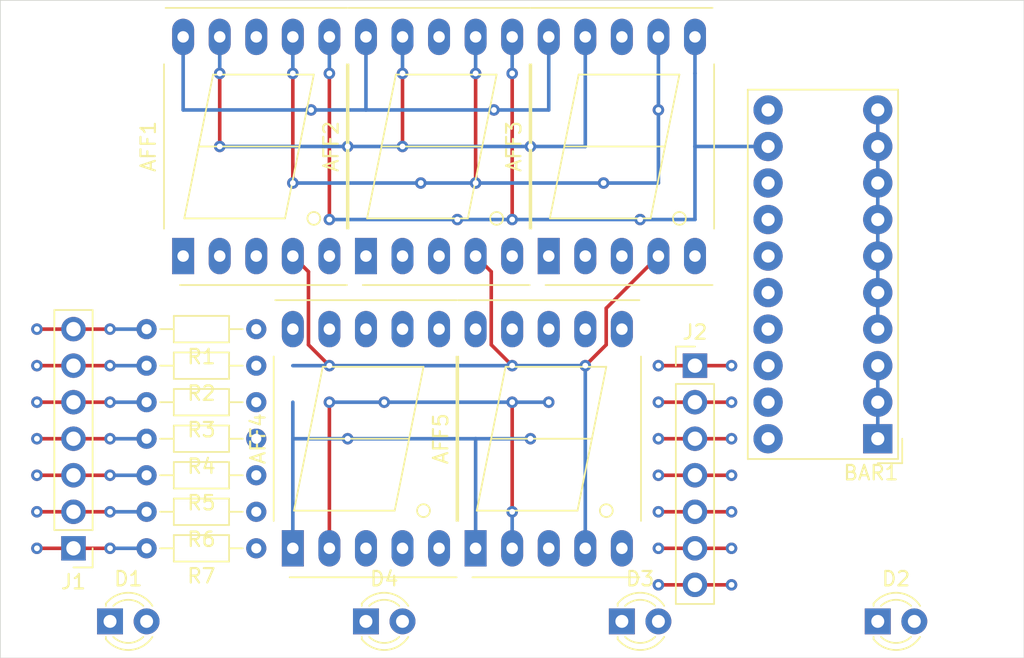
<source format=kicad_pcb>
(kicad_pcb (version 20171130) (host pcbnew 5.1.10-1.fc34)

  (general
    (thickness 1.6)
    (drawings 12)
    (tracks 174)
    (zones 0)
    (modules 19)
    (nets 22)
  )

  (page A4)
  (layers
    (0 F.Cu signal)
    (1 In1.Cu signal hide)
    (2 In2.Cu signal hide)
    (31 B.Cu signal hide)
    (32 B.Adhes user hide)
    (33 F.Adhes user hide)
    (34 B.Paste user hide)
    (35 F.Paste user hide)
    (36 B.SilkS user hide)
    (37 F.SilkS user)
    (38 B.Mask user hide)
    (39 F.Mask user hide)
    (40 Dwgs.User user hide)
    (41 Cmts.User user hide)
    (42 Eco1.User user hide)
    (43 Eco2.User user)
    (44 Edge.Cuts user)
    (45 Margin user hide)
    (46 B.CrtYd user hide)
    (47 F.CrtYd user hide)
    (48 B.Fab user hide)
    (49 F.Fab user hide)
  )

  (setup
    (last_trace_width 0.25)
    (trace_clearance 0.2)
    (zone_clearance 0.508)
    (zone_45_only no)
    (trace_min 0.2)
    (via_size 0.8)
    (via_drill 0.4)
    (via_min_size 0.4)
    (via_min_drill 0.3)
    (uvia_size 0.3)
    (uvia_drill 0.1)
    (uvias_allowed no)
    (uvia_min_size 0.2)
    (uvia_min_drill 0.1)
    (edge_width 0.05)
    (segment_width 0.2)
    (pcb_text_width 0.3)
    (pcb_text_size 1.5 1.5)
    (mod_edge_width 0.12)
    (mod_text_size 1 1)
    (mod_text_width 0.15)
    (pad_size 1.524 1.524)
    (pad_drill 0.762)
    (pad_to_mask_clearance 0)
    (aux_axis_origin 0 0)
    (grid_origin 114.3 43.18)
    (visible_elements FFFFFF7F)
    (pcbplotparams
      (layerselection 0x010fc_ffffffff)
      (usegerberextensions false)
      (usegerberattributes true)
      (usegerberadvancedattributes true)
      (creategerberjobfile true)
      (excludeedgelayer true)
      (linewidth 0.100000)
      (plotframeref false)
      (viasonmask false)
      (mode 1)
      (useauxorigin false)
      (hpglpennumber 1)
      (hpglpenspeed 20)
      (hpglpendiameter 15.000000)
      (psnegative false)
      (psa4output false)
      (plotreference true)
      (plotvalue true)
      (plotinvisibletext false)
      (padsonsilk false)
      (subtractmaskfromsilk false)
      (outputformat 1)
      (mirror false)
      (drillshape 1)
      (scaleselection 1)
      (outputdirectory ""))
  )

  (net 0 "")
  (net 1 /LED_S6)
  (net 2 /LED_S5)
  (net 3 /LED_D0)
  (net 4 /LED_S0)
  (net 5 /LED_S1)
  (net 6 /LED_S2)
  (net 7 /LED_S3)
  (net 8 /LED_S4)
  (net 9 /LED_D3)
  (net 10 /LED_D1)
  (net 11 /LED_D4)
  (net 12 /LED_D2)
  (net 13 /LED_D6)
  (net 14 /LED_D5)
  (net 15 "Net-(J1-Pad1)")
  (net 16 "Net-(J1-Pad4)")
  (net 17 "Net-(J1-Pad5)")
  (net 18 "Net-(J1-Pad7)")
  (net 19 "Net-(J1-Pad6)")
  (net 20 "Net-(J1-Pad3)")
  (net 21 "Net-(J1-Pad2)")

  (net_class Default "This is the default net class."
    (clearance 0.2)
    (trace_width 0.25)
    (via_dia 0.8)
    (via_drill 0.4)
    (uvia_dia 0.3)
    (uvia_drill 0.1)
    (add_net /LED_D0)
    (add_net /LED_D1)
    (add_net /LED_D2)
    (add_net /LED_D3)
    (add_net /LED_D4)
    (add_net /LED_D5)
    (add_net /LED_D6)
    (add_net /LED_S0)
    (add_net /LED_S1)
    (add_net /LED_S2)
    (add_net /LED_S3)
    (add_net /LED_S4)
    (add_net /LED_S5)
    (add_net /LED_S6)
    (add_net "Net-(J1-Pad1)")
    (add_net "Net-(J1-Pad2)")
    (add_net "Net-(J1-Pad3)")
    (add_net "Net-(J1-Pad4)")
    (add_net "Net-(J1-Pad5)")
    (add_net "Net-(J1-Pad6)")
    (add_net "Net-(J1-Pad7)")
  )

  (module Connector_PinHeader_2.54mm:PinHeader_1x07_P2.54mm_Vertical (layer F.Cu) (tedit 59FED5CC) (tstamp 60B98CC9)
    (at 114.3 88.9)
    (descr "Through hole straight pin header, 1x07, 2.54mm pitch, single row")
    (tags "Through hole pin header THT 1x07 2.54mm single row")
    (path /60C3182A)
    (fp_text reference J2 (at 0 -2.33) (layer F.SilkS)
      (effects (font (size 1 1) (thickness 0.15)))
    )
    (fp_text value Conn_01x07_Male (at 0 17.57) (layer F.Fab)
      (effects (font (size 1 1) (thickness 0.15)))
    )
    (fp_line (start 1.8 -1.8) (end -1.8 -1.8) (layer F.CrtYd) (width 0.05))
    (fp_line (start 1.8 17.05) (end 1.8 -1.8) (layer F.CrtYd) (width 0.05))
    (fp_line (start -1.8 17.05) (end 1.8 17.05) (layer F.CrtYd) (width 0.05))
    (fp_line (start -1.8 -1.8) (end -1.8 17.05) (layer F.CrtYd) (width 0.05))
    (fp_line (start -1.33 -1.33) (end 0 -1.33) (layer F.SilkS) (width 0.12))
    (fp_line (start -1.33 0) (end -1.33 -1.33) (layer F.SilkS) (width 0.12))
    (fp_line (start -1.33 1.27) (end 1.33 1.27) (layer F.SilkS) (width 0.12))
    (fp_line (start 1.33 1.27) (end 1.33 16.57) (layer F.SilkS) (width 0.12))
    (fp_line (start -1.33 1.27) (end -1.33 16.57) (layer F.SilkS) (width 0.12))
    (fp_line (start -1.33 16.57) (end 1.33 16.57) (layer F.SilkS) (width 0.12))
    (fp_line (start -1.27 -0.635) (end -0.635 -1.27) (layer F.Fab) (width 0.1))
    (fp_line (start -1.27 16.51) (end -1.27 -0.635) (layer F.Fab) (width 0.1))
    (fp_line (start 1.27 16.51) (end -1.27 16.51) (layer F.Fab) (width 0.1))
    (fp_line (start 1.27 -1.27) (end 1.27 16.51) (layer F.Fab) (width 0.1))
    (fp_line (start -0.635 -1.27) (end 1.27 -1.27) (layer F.Fab) (width 0.1))
    (fp_text user %R (at 0 7.62 90) (layer F.Fab)
      (effects (font (size 1 1) (thickness 0.15)))
    )
    (pad 7 thru_hole oval (at 0 15.24) (size 1.7 1.7) (drill 1) (layers *.Cu *.Mask)
      (net 13 /LED_D6))
    (pad 6 thru_hole oval (at 0 12.7) (size 1.7 1.7) (drill 1) (layers *.Cu *.Mask)
      (net 14 /LED_D5))
    (pad 5 thru_hole oval (at 0 10.16) (size 1.7 1.7) (drill 1) (layers *.Cu *.Mask)
      (net 11 /LED_D4))
    (pad 4 thru_hole oval (at 0 7.62) (size 1.7 1.7) (drill 1) (layers *.Cu *.Mask)
      (net 9 /LED_D3))
    (pad 3 thru_hole oval (at 0 5.08) (size 1.7 1.7) (drill 1) (layers *.Cu *.Mask)
      (net 12 /LED_D2))
    (pad 2 thru_hole oval (at 0 2.54) (size 1.7 1.7) (drill 1) (layers *.Cu *.Mask)
      (net 10 /LED_D1))
    (pad 1 thru_hole rect (at 0 0) (size 1.7 1.7) (drill 1) (layers *.Cu *.Mask)
      (net 3 /LED_D0))
    (model ${KISYS3DMOD}/Connector_PinHeader_2.54mm.3dshapes/PinHeader_1x07_P2.54mm_Vertical.wrl
      (at (xyz 0 0 0))
      (scale (xyz 1 1 1))
      (rotate (xyz 0 0 0))
    )
  )

  (module Connector_PinHeader_2.54mm:PinHeader_1x07_P2.54mm_Vertical (layer F.Cu) (tedit 59FED5CC) (tstamp 602E21CA)
    (at 71.12 101.6 180)
    (descr "Through hole straight pin header, 1x07, 2.54mm pitch, single row")
    (tags "Through hole pin header THT 1x07 2.54mm single row")
    (path /60C2A21B)
    (fp_text reference J1 (at 0 -2.33) (layer F.SilkS)
      (effects (font (size 1 1) (thickness 0.15)))
    )
    (fp_text value Conn_01x07_Male (at 0 17.57) (layer F.Fab)
      (effects (font (size 1 1) (thickness 0.15)))
    )
    (fp_line (start 1.8 -1.8) (end -1.8 -1.8) (layer F.CrtYd) (width 0.05))
    (fp_line (start 1.8 17.05) (end 1.8 -1.8) (layer F.CrtYd) (width 0.05))
    (fp_line (start -1.8 17.05) (end 1.8 17.05) (layer F.CrtYd) (width 0.05))
    (fp_line (start -1.8 -1.8) (end -1.8 17.05) (layer F.CrtYd) (width 0.05))
    (fp_line (start -1.33 -1.33) (end 0 -1.33) (layer F.SilkS) (width 0.12))
    (fp_line (start -1.33 0) (end -1.33 -1.33) (layer F.SilkS) (width 0.12))
    (fp_line (start -1.33 1.27) (end 1.33 1.27) (layer F.SilkS) (width 0.12))
    (fp_line (start 1.33 1.27) (end 1.33 16.57) (layer F.SilkS) (width 0.12))
    (fp_line (start -1.33 1.27) (end -1.33 16.57) (layer F.SilkS) (width 0.12))
    (fp_line (start -1.33 16.57) (end 1.33 16.57) (layer F.SilkS) (width 0.12))
    (fp_line (start -1.27 -0.635) (end -0.635 -1.27) (layer F.Fab) (width 0.1))
    (fp_line (start -1.27 16.51) (end -1.27 -0.635) (layer F.Fab) (width 0.1))
    (fp_line (start 1.27 16.51) (end -1.27 16.51) (layer F.Fab) (width 0.1))
    (fp_line (start 1.27 -1.27) (end 1.27 16.51) (layer F.Fab) (width 0.1))
    (fp_line (start -0.635 -1.27) (end 1.27 -1.27) (layer F.Fab) (width 0.1))
    (fp_text user %R (at 0 7.62 90) (layer F.Fab)
      (effects (font (size 1 1) (thickness 0.15)))
    )
    (pad 7 thru_hole oval (at 0 15.24 180) (size 1.7 1.7) (drill 1) (layers *.Cu *.Mask)
      (net 18 "Net-(J1-Pad7)"))
    (pad 6 thru_hole oval (at 0 12.7 180) (size 1.7 1.7) (drill 1) (layers *.Cu *.Mask)
      (net 19 "Net-(J1-Pad6)"))
    (pad 5 thru_hole oval (at 0 10.16 180) (size 1.7 1.7) (drill 1) (layers *.Cu *.Mask)
      (net 17 "Net-(J1-Pad5)"))
    (pad 4 thru_hole oval (at 0 7.62 180) (size 1.7 1.7) (drill 1) (layers *.Cu *.Mask)
      (net 16 "Net-(J1-Pad4)"))
    (pad 3 thru_hole oval (at 0 5.08 180) (size 1.7 1.7) (drill 1) (layers *.Cu *.Mask)
      (net 20 "Net-(J1-Pad3)"))
    (pad 2 thru_hole oval (at 0 2.54 180) (size 1.7 1.7) (drill 1) (layers *.Cu *.Mask)
      (net 21 "Net-(J1-Pad2)"))
    (pad 1 thru_hole rect (at 0 0 180) (size 1.7 1.7) (drill 1) (layers *.Cu *.Mask)
      (net 15 "Net-(J1-Pad1)"))
    (model ${KISYS3DMOD}/Connector_PinHeader_2.54mm.3dshapes/PinHeader_1x07_P2.54mm_Vertical.wrl
      (at (xyz 0 0 0))
      (scale (xyz 1 1 1))
      (rotate (xyz 0 0 0))
    )
  )

  (module LED_THT:LED_D3.0mm (layer F.Cu) (tedit 587A3A7B) (tstamp 602E2177)
    (at 73.66 106.68)
    (descr "LED, diameter 3.0mm, 2 pins")
    (tags "LED diameter 3.0mm 2 pins")
    (path /60331377)
    (fp_text reference D1 (at 1.27 -2.96) (layer F.SilkS)
      (effects (font (size 1 1) (thickness 0.15)))
    )
    (fp_text value LED (at 1.27 2.96) (layer F.Fab)
      (effects (font (size 1 1) (thickness 0.15)))
    )
    (fp_circle (center 1.27 0) (end 2.77 0) (layer F.Fab) (width 0.1))
    (fp_line (start -0.23 -1.16619) (end -0.23 1.16619) (layer F.Fab) (width 0.1))
    (fp_line (start -0.29 -1.236) (end -0.29 -1.08) (layer F.SilkS) (width 0.12))
    (fp_line (start -0.29 1.08) (end -0.29 1.236) (layer F.SilkS) (width 0.12))
    (fp_line (start -1.15 -2.25) (end -1.15 2.25) (layer F.CrtYd) (width 0.05))
    (fp_line (start -1.15 2.25) (end 3.7 2.25) (layer F.CrtYd) (width 0.05))
    (fp_line (start 3.7 2.25) (end 3.7 -2.25) (layer F.CrtYd) (width 0.05))
    (fp_line (start 3.7 -2.25) (end -1.15 -2.25) (layer F.CrtYd) (width 0.05))
    (fp_arc (start 1.27 0) (end -0.23 -1.16619) (angle 284.3) (layer F.Fab) (width 0.1))
    (fp_arc (start 1.27 0) (end -0.29 -1.235516) (angle 108.8) (layer F.SilkS) (width 0.12))
    (fp_arc (start 1.27 0) (end -0.29 1.235516) (angle -108.8) (layer F.SilkS) (width 0.12))
    (fp_arc (start 1.27 0) (end 0.229039 -1.08) (angle 87.9) (layer F.SilkS) (width 0.12))
    (fp_arc (start 1.27 0) (end 0.229039 1.08) (angle -87.9) (layer F.SilkS) (width 0.12))
    (pad 1 thru_hole rect (at 0 0) (size 1.8 1.8) (drill 0.9) (layers *.Cu *.Mask)
      (net 7 /LED_S3))
    (pad 2 thru_hole circle (at 2.54 0) (size 1.8 1.8) (drill 0.9) (layers *.Cu *.Mask)
      (net 13 /LED_D6))
    (model ${KISYS3DMOD}/LED_THT.3dshapes/LED_D3.0mm.wrl
      (at (xyz 0 0 0))
      (scale (xyz 1 1 1))
      (rotate (xyz 0 0 0))
    )
  )

  (module Display_7Segment:7SegmentLED_LTS6760_LTS6780 (layer F.Cu) (tedit 5D86971C) (tstamp 60B97295)
    (at 99.06 101.6 90)
    (descr "7-Segment Display, LTS67x0, http://optoelectronics.liteon.com/upload/download/DS30-2001-355/S6760jd.pdf")
    (tags "7Segment LED LTS6760 LTS6780")
    (path /60B49BFA)
    (fp_text reference AFF5 (at 7.62 -2.42 90) (layer F.SilkS)
      (effects (font (size 1 1) (thickness 0.15)))
    )
    (fp_text value LTS-6960HR (at 7.62 12.58 90) (layer F.Fab)
      (effects (font (size 1 1) (thickness 0.15)))
    )
    (fp_line (start -0.905 -1.22) (end 17.145 -1.22) (layer F.Fab) (width 0.1))
    (fp_circle (center 2.62 9.08) (end 3.067214 9.08) (layer F.SilkS) (width 0.12))
    (fp_line (start 12.62 2.08) (end 12.62 9.08) (layer F.SilkS) (width 0.12))
    (fp_line (start 7.62 8.08) (end 7.62 1.08) (layer F.SilkS) (width 0.12))
    (fp_line (start 12.62 9.08) (end 7.62 8.08) (layer F.SilkS) (width 0.12))
    (fp_line (start 2.62 7.08) (end 7.62 8.08) (layer F.SilkS) (width 0.12))
    (fp_line (start 2.62 0.08) (end 2.62 7.08) (layer F.SilkS) (width 0.12))
    (fp_line (start 7.62 1.08) (end 2.62 0.08) (layer F.SilkS) (width 0.12))
    (fp_line (start 12.62 2.08) (end 7.62 1.08) (layer F.SilkS) (width 0.12))
    (fp_line (start -1.905 11.38) (end 17.145 11.38) (layer F.Fab) (width 0.1))
    (fp_line (start -1.905 -0.22) (end -1.905 11.38) (layer F.Fab) (width 0.1))
    (fp_line (start 17.145 11.38) (end 17.145 -1.22) (layer F.Fab) (width 0.1))
    (fp_line (start -0.905 -1.22) (end -1.905 -0.22) (layer F.Fab) (width 0.1))
    (fp_line (start -2.16 11.63) (end 17.4 11.63) (layer F.CrtYd) (width 0.05))
    (fp_line (start -2.16 -1.47) (end 17.4 -1.47) (layer F.CrtYd) (width 0.05))
    (fp_line (start 17.4 -1.47) (end 17.4 11.63) (layer F.CrtYd) (width 0.05))
    (fp_line (start -2.16 -1.47) (end -2.16 11.63) (layer F.CrtYd) (width 0.05))
    (fp_line (start 17.255 11.38) (end 17.255 -1.22) (layer F.SilkS) (width 0.12))
    (fp_line (start -2.015 -0.22) (end -2.015 11.38) (layer F.SilkS) (width 0.12))
    (fp_line (start 1.905 11.49) (end 13.335 11.49) (layer F.SilkS) (width 0.12))
    (fp_line (start 1.905 -1.33) (end 13.335 -1.33) (layer F.SilkS) (width 0.12))
    (fp_text user %R (at 7.87 5.08 90) (layer F.Fab)
      (effects (font (size 1 1) (thickness 0.15)))
    )
    (pad 10 thru_hole oval (at 15.24 0) (size 1.524 2.524) (drill 0.8) (layers *.Cu *.Mask)
      (net 1 /LED_S6))
    (pad 9 thru_hole oval (at 15.24 2.54) (size 1.524 2.524) (drill 0.8) (layers *.Cu *.Mask)
      (net 2 /LED_S5))
    (pad 8 thru_hole oval (at 15.24 5.08) (size 1.524 2.524) (drill 0.8) (layers *.Cu *.Mask)
      (net 12 /LED_D2))
    (pad 7 thru_hole oval (at 15.24 7.62) (size 1.524 2.524) (drill 0.8) (layers *.Cu *.Mask)
      (net 4 /LED_S0))
    (pad 6 thru_hole oval (at 15.24 10.16) (size 1.524 2.524) (drill 0.8) (layers *.Cu *.Mask)
      (net 5 /LED_S1))
    (pad 5 thru_hole oval (at 0 10.16) (size 1.524 2.524) (drill 0.8) (layers *.Cu *.Mask))
    (pad 4 thru_hole oval (at 0 7.62) (size 1.524 2.524) (drill 0.8) (layers *.Cu *.Mask)
      (net 6 /LED_S2))
    (pad 3 thru_hole oval (at 0 5.08) (size 1.524 2.524) (drill 0.8) (layers *.Cu *.Mask))
    (pad 2 thru_hole oval (at 0 2.54) (size 1.524 2.524) (drill 0.8) (layers *.Cu *.Mask)
      (net 7 /LED_S3))
    (pad 1 thru_hole rect (at 0 0) (size 1.524 2.524) (drill 0.8) (layers *.Cu *.Mask)
      (net 8 /LED_S4))
    (model ${KISYS3DMOD}/Display_7Segment.3dshapes/7SegmentLED_LTS6760_LTS6780.wrl
      (at (xyz 0 0 0))
      (scale (xyz 1 1 1))
      (rotate (xyz 0 0 0))
    )
  )

  (module Display_7Segment:7SegmentLED_LTS6760_LTS6780 (layer F.Cu) (tedit 5D86971C) (tstamp 60B9722C)
    (at 91.44 81.28 90)
    (descr "7-Segment Display, LTS67x0, http://optoelectronics.liteon.com/upload/download/DS30-2001-355/S6760jd.pdf")
    (tags "7Segment LED LTS6760 LTS6780")
    (path /60A89D10)
    (fp_text reference AFF2 (at 7.62 -2.42 90) (layer F.SilkS)
      (effects (font (size 1 1) (thickness 0.15)))
    )
    (fp_text value LTS-6960HR (at 7.62 12.58 90) (layer F.Fab)
      (effects (font (size 1 1) (thickness 0.15)))
    )
    (fp_line (start 1.905 -1.33) (end 13.335 -1.33) (layer F.SilkS) (width 0.12))
    (fp_line (start 1.905 11.49) (end 13.335 11.49) (layer F.SilkS) (width 0.12))
    (fp_line (start -2.015 -0.22) (end -2.015 11.38) (layer F.SilkS) (width 0.12))
    (fp_line (start 17.255 11.38) (end 17.255 -1.22) (layer F.SilkS) (width 0.12))
    (fp_line (start -2.16 -1.47) (end -2.16 11.63) (layer F.CrtYd) (width 0.05))
    (fp_line (start 17.4 -1.47) (end 17.4 11.63) (layer F.CrtYd) (width 0.05))
    (fp_line (start -2.16 -1.47) (end 17.4 -1.47) (layer F.CrtYd) (width 0.05))
    (fp_line (start -2.16 11.63) (end 17.4 11.63) (layer F.CrtYd) (width 0.05))
    (fp_line (start -0.905 -1.22) (end -1.905 -0.22) (layer F.Fab) (width 0.1))
    (fp_line (start 17.145 11.38) (end 17.145 -1.22) (layer F.Fab) (width 0.1))
    (fp_line (start -1.905 -0.22) (end -1.905 11.38) (layer F.Fab) (width 0.1))
    (fp_line (start -1.905 11.38) (end 17.145 11.38) (layer F.Fab) (width 0.1))
    (fp_line (start 12.62 2.08) (end 7.62 1.08) (layer F.SilkS) (width 0.12))
    (fp_line (start 7.62 1.08) (end 2.62 0.08) (layer F.SilkS) (width 0.12))
    (fp_line (start 2.62 0.08) (end 2.62 7.08) (layer F.SilkS) (width 0.12))
    (fp_line (start 2.62 7.08) (end 7.62 8.08) (layer F.SilkS) (width 0.12))
    (fp_line (start 12.62 9.08) (end 7.62 8.08) (layer F.SilkS) (width 0.12))
    (fp_line (start 7.62 8.08) (end 7.62 1.08) (layer F.SilkS) (width 0.12))
    (fp_line (start 12.62 2.08) (end 12.62 9.08) (layer F.SilkS) (width 0.12))
    (fp_circle (center 2.62 9.08) (end 3.067214 9.08) (layer F.SilkS) (width 0.12))
    (fp_line (start -0.905 -1.22) (end 17.145 -1.22) (layer F.Fab) (width 0.1))
    (fp_text user %R (at 7.87 5.08 90) (layer F.Fab)
      (effects (font (size 1 1) (thickness 0.15)))
    )
    (pad 1 thru_hole rect (at 0 0) (size 1.524 2.524) (drill 0.8) (layers *.Cu *.Mask)
      (net 8 /LED_S4))
    (pad 2 thru_hole oval (at 0 2.54) (size 1.524 2.524) (drill 0.8) (layers *.Cu *.Mask)
      (net 7 /LED_S3))
    (pad 3 thru_hole oval (at 0 5.08) (size 1.524 2.524) (drill 0.8) (layers *.Cu *.Mask)
      (net 9 /LED_D3))
    (pad 4 thru_hole oval (at 0 7.62) (size 1.524 2.524) (drill 0.8) (layers *.Cu *.Mask)
      (net 6 /LED_S2))
    (pad 5 thru_hole oval (at 0 10.16) (size 1.524 2.524) (drill 0.8) (layers *.Cu *.Mask))
    (pad 6 thru_hole oval (at 15.24 10.16) (size 1.524 2.524) (drill 0.8) (layers *.Cu *.Mask)
      (net 5 /LED_S1))
    (pad 7 thru_hole oval (at 15.24 7.62) (size 1.524 2.524) (drill 0.8) (layers *.Cu *.Mask)
      (net 4 /LED_S0))
    (pad 8 thru_hole oval (at 15.24 5.08) (size 1.524 2.524) (drill 0.8) (layers *.Cu *.Mask))
    (pad 9 thru_hole oval (at 15.24 2.54) (size 1.524 2.524) (drill 0.8) (layers *.Cu *.Mask)
      (net 2 /LED_S5))
    (pad 10 thru_hole oval (at 15.24 0) (size 1.524 2.524) (drill 0.8) (layers *.Cu *.Mask)
      (net 1 /LED_S6))
    (model ${KISYS3DMOD}/Display_7Segment.3dshapes/7SegmentLED_LTS6760_LTS6780.wrl
      (at (xyz 0 0 0))
      (scale (xyz 1 1 1))
      (rotate (xyz 0 0 0))
    )
  )

  (module Display_7Segment:7SegmentLED_LTS6760_LTS6780 (layer F.Cu) (tedit 5D86971C) (tstamp 60B97301)
    (at 104.14 81.28 90)
    (descr "7-Segment Display, LTS67x0, http://optoelectronics.liteon.com/upload/download/DS30-2001-355/S6760jd.pdf")
    (tags "7Segment LED LTS6760 LTS6780")
    (path /60B00F52)
    (fp_text reference AFF3 (at 7.62 -2.42 90) (layer F.SilkS)
      (effects (font (size 1 1) (thickness 0.15)))
    )
    (fp_text value LTS-6960HR (at 7.62 12.58 90) (layer F.Fab)
      (effects (font (size 1 1) (thickness 0.15)))
    )
    (fp_line (start -0.905 -1.22) (end 17.145 -1.22) (layer F.Fab) (width 0.1))
    (fp_circle (center 2.62 9.08) (end 3.067214 9.08) (layer F.SilkS) (width 0.12))
    (fp_line (start 12.62 2.08) (end 12.62 9.08) (layer F.SilkS) (width 0.12))
    (fp_line (start 7.62 8.08) (end 7.62 1.08) (layer F.SilkS) (width 0.12))
    (fp_line (start 12.62 9.08) (end 7.62 8.08) (layer F.SilkS) (width 0.12))
    (fp_line (start 2.62 7.08) (end 7.62 8.08) (layer F.SilkS) (width 0.12))
    (fp_line (start 2.62 0.08) (end 2.62 7.08) (layer F.SilkS) (width 0.12))
    (fp_line (start 7.62 1.08) (end 2.62 0.08) (layer F.SilkS) (width 0.12))
    (fp_line (start 12.62 2.08) (end 7.62 1.08) (layer F.SilkS) (width 0.12))
    (fp_line (start -1.905 11.38) (end 17.145 11.38) (layer F.Fab) (width 0.1))
    (fp_line (start -1.905 -0.22) (end -1.905 11.38) (layer F.Fab) (width 0.1))
    (fp_line (start 17.145 11.38) (end 17.145 -1.22) (layer F.Fab) (width 0.1))
    (fp_line (start -0.905 -1.22) (end -1.905 -0.22) (layer F.Fab) (width 0.1))
    (fp_line (start -2.16 11.63) (end 17.4 11.63) (layer F.CrtYd) (width 0.05))
    (fp_line (start -2.16 -1.47) (end 17.4 -1.47) (layer F.CrtYd) (width 0.05))
    (fp_line (start 17.4 -1.47) (end 17.4 11.63) (layer F.CrtYd) (width 0.05))
    (fp_line (start -2.16 -1.47) (end -2.16 11.63) (layer F.CrtYd) (width 0.05))
    (fp_line (start 17.255 11.38) (end 17.255 -1.22) (layer F.SilkS) (width 0.12))
    (fp_line (start -2.015 -0.22) (end -2.015 11.38) (layer F.SilkS) (width 0.12))
    (fp_line (start 1.905 11.49) (end 13.335 11.49) (layer F.SilkS) (width 0.12))
    (fp_line (start 1.905 -1.33) (end 13.335 -1.33) (layer F.SilkS) (width 0.12))
    (fp_text user %R (at 7.87 5.08 90) (layer F.Fab)
      (effects (font (size 1 1) (thickness 0.15)))
    )
    (pad 10 thru_hole oval (at 15.24 0) (size 1.524 2.524) (drill 0.8) (layers *.Cu *.Mask)
      (net 1 /LED_S6))
    (pad 9 thru_hole oval (at 15.24 2.54) (size 1.524 2.524) (drill 0.8) (layers *.Cu *.Mask)
      (net 2 /LED_S5))
    (pad 8 thru_hole oval (at 15.24 5.08) (size 1.524 2.524) (drill 0.8) (layers *.Cu *.Mask))
    (pad 7 thru_hole oval (at 15.24 7.62) (size 1.524 2.524) (drill 0.8) (layers *.Cu *.Mask)
      (net 4 /LED_S0))
    (pad 6 thru_hole oval (at 15.24 10.16) (size 1.524 2.524) (drill 0.8) (layers *.Cu *.Mask)
      (net 5 /LED_S1))
    (pad 5 thru_hole oval (at 0 10.16) (size 1.524 2.524) (drill 0.8) (layers *.Cu *.Mask))
    (pad 4 thru_hole oval (at 0 7.62) (size 1.524 2.524) (drill 0.8) (layers *.Cu *.Mask)
      (net 6 /LED_S2))
    (pad 3 thru_hole oval (at 0 5.08) (size 1.524 2.524) (drill 0.8) (layers *.Cu *.Mask)
      (net 10 /LED_D1))
    (pad 2 thru_hole oval (at 0 2.54) (size 1.524 2.524) (drill 0.8) (layers *.Cu *.Mask)
      (net 7 /LED_S3))
    (pad 1 thru_hole rect (at 0 0) (size 1.524 2.524) (drill 0.8) (layers *.Cu *.Mask)
      (net 8 /LED_S4))
    (model ${KISYS3DMOD}/Display_7Segment.3dshapes/7SegmentLED_LTS6760_LTS6780.wrl
      (at (xyz 0 0 0))
      (scale (xyz 1 1 1))
      (rotate (xyz 0 0 0))
    )
  )

  (module Display_7Segment:7SegmentLED_LTS6760_LTS6780 (layer F.Cu) (tedit 5D86971C) (tstamp 60B973D3)
    (at 78.74 81.28 90)
    (descr "7-Segment Display, LTS67x0, http://optoelectronics.liteon.com/upload/download/DS30-2001-355/S6760jd.pdf")
    (tags "7Segment LED LTS6760 LTS6780")
    (path /6090E8FF)
    (fp_text reference AFF1 (at 7.62 -2.42 90) (layer F.SilkS)
      (effects (font (size 1 1) (thickness 0.15)))
    )
    (fp_text value LTS-6960HR (at 7.62 12.58 90) (layer F.Fab)
      (effects (font (size 1 1) (thickness 0.15)))
    )
    (fp_line (start -0.905 -1.22) (end 17.145 -1.22) (layer F.Fab) (width 0.1))
    (fp_circle (center 2.62 9.08) (end 3.067214 9.08) (layer F.SilkS) (width 0.12))
    (fp_line (start 12.62 2.08) (end 12.62 9.08) (layer F.SilkS) (width 0.12))
    (fp_line (start 7.62 8.08) (end 7.62 1.08) (layer F.SilkS) (width 0.12))
    (fp_line (start 12.62 9.08) (end 7.62 8.08) (layer F.SilkS) (width 0.12))
    (fp_line (start 2.62 7.08) (end 7.62 8.08) (layer F.SilkS) (width 0.12))
    (fp_line (start 2.62 0.08) (end 2.62 7.08) (layer F.SilkS) (width 0.12))
    (fp_line (start 7.62 1.08) (end 2.62 0.08) (layer F.SilkS) (width 0.12))
    (fp_line (start 12.62 2.08) (end 7.62 1.08) (layer F.SilkS) (width 0.12))
    (fp_line (start -1.905 11.38) (end 17.145 11.38) (layer F.Fab) (width 0.1))
    (fp_line (start -1.905 -0.22) (end -1.905 11.38) (layer F.Fab) (width 0.1))
    (fp_line (start 17.145 11.38) (end 17.145 -1.22) (layer F.Fab) (width 0.1))
    (fp_line (start -0.905 -1.22) (end -1.905 -0.22) (layer F.Fab) (width 0.1))
    (fp_line (start -2.16 11.63) (end 17.4 11.63) (layer F.CrtYd) (width 0.05))
    (fp_line (start -2.16 -1.47) (end 17.4 -1.47) (layer F.CrtYd) (width 0.05))
    (fp_line (start 17.4 -1.47) (end 17.4 11.63) (layer F.CrtYd) (width 0.05))
    (fp_line (start -2.16 -1.47) (end -2.16 11.63) (layer F.CrtYd) (width 0.05))
    (fp_line (start 17.255 11.38) (end 17.255 -1.22) (layer F.SilkS) (width 0.12))
    (fp_line (start -2.015 -0.22) (end -2.015 11.38) (layer F.SilkS) (width 0.12))
    (fp_line (start 1.905 11.49) (end 13.335 11.49) (layer F.SilkS) (width 0.12))
    (fp_line (start 1.905 -1.33) (end 13.335 -1.33) (layer F.SilkS) (width 0.12))
    (fp_text user %R (at 7.87 5.08 90) (layer F.Fab)
      (effects (font (size 1 1) (thickness 0.15)))
    )
    (pad 10 thru_hole oval (at 15.24 0) (size 1.524 2.524) (drill 0.8) (layers *.Cu *.Mask)
      (net 1 /LED_S6))
    (pad 9 thru_hole oval (at 15.24 2.54) (size 1.524 2.524) (drill 0.8) (layers *.Cu *.Mask)
      (net 2 /LED_S5))
    (pad 8 thru_hole oval (at 15.24 5.08) (size 1.524 2.524) (drill 0.8) (layers *.Cu *.Mask))
    (pad 7 thru_hole oval (at 15.24 7.62) (size 1.524 2.524) (drill 0.8) (layers *.Cu *.Mask)
      (net 4 /LED_S0))
    (pad 6 thru_hole oval (at 15.24 10.16) (size 1.524 2.524) (drill 0.8) (layers *.Cu *.Mask)
      (net 5 /LED_S1))
    (pad 5 thru_hole oval (at 0 10.16) (size 1.524 2.524) (drill 0.8) (layers *.Cu *.Mask))
    (pad 4 thru_hole oval (at 0 7.62) (size 1.524 2.524) (drill 0.8) (layers *.Cu *.Mask)
      (net 6 /LED_S2))
    (pad 3 thru_hole oval (at 0 5.08) (size 1.524 2.524) (drill 0.8) (layers *.Cu *.Mask)
      (net 3 /LED_D0))
    (pad 2 thru_hole oval (at 0 2.54) (size 1.524 2.524) (drill 0.8) (layers *.Cu *.Mask)
      (net 7 /LED_S3))
    (pad 1 thru_hole rect (at 0 0) (size 1.524 2.524) (drill 0.8) (layers *.Cu *.Mask)
      (net 8 /LED_S4))
    (model ${KISYS3DMOD}/Display_7Segment.3dshapes/7SegmentLED_LTS6760_LTS6780.wrl
      (at (xyz 0 0 0))
      (scale (xyz 1 1 1))
      (rotate (xyz 0 0 0))
    )
  )

  (module Display_7Segment:7SegmentLED_LTS6760_LTS6780 (layer F.Cu) (tedit 5D86971C) (tstamp 60B9736A)
    (at 86.36 101.6 90)
    (descr "7-Segment Display, LTS67x0, http://optoelectronics.liteon.com/upload/download/DS30-2001-355/S6760jd.pdf")
    (tags "7Segment LED LTS6760 LTS6780")
    (path /60B00F71)
    (fp_text reference AFF4 (at 7.62 -2.42 90) (layer F.SilkS)
      (effects (font (size 1 1) (thickness 0.15)))
    )
    (fp_text value LTS-6960HR (at 7.62 12.58 90) (layer F.Fab)
      (effects (font (size 1 1) (thickness 0.15)))
    )
    (fp_line (start 1.905 -1.33) (end 13.335 -1.33) (layer F.SilkS) (width 0.12))
    (fp_line (start 1.905 11.49) (end 13.335 11.49) (layer F.SilkS) (width 0.12))
    (fp_line (start -2.015 -0.22) (end -2.015 11.38) (layer F.SilkS) (width 0.12))
    (fp_line (start 17.255 11.38) (end 17.255 -1.22) (layer F.SilkS) (width 0.12))
    (fp_line (start -2.16 -1.47) (end -2.16 11.63) (layer F.CrtYd) (width 0.05))
    (fp_line (start 17.4 -1.47) (end 17.4 11.63) (layer F.CrtYd) (width 0.05))
    (fp_line (start -2.16 -1.47) (end 17.4 -1.47) (layer F.CrtYd) (width 0.05))
    (fp_line (start -2.16 11.63) (end 17.4 11.63) (layer F.CrtYd) (width 0.05))
    (fp_line (start -0.905 -1.22) (end -1.905 -0.22) (layer F.Fab) (width 0.1))
    (fp_line (start 17.145 11.38) (end 17.145 -1.22) (layer F.Fab) (width 0.1))
    (fp_line (start -1.905 -0.22) (end -1.905 11.38) (layer F.Fab) (width 0.1))
    (fp_line (start -1.905 11.38) (end 17.145 11.38) (layer F.Fab) (width 0.1))
    (fp_line (start 12.62 2.08) (end 7.62 1.08) (layer F.SilkS) (width 0.12))
    (fp_line (start 7.62 1.08) (end 2.62 0.08) (layer F.SilkS) (width 0.12))
    (fp_line (start 2.62 0.08) (end 2.62 7.08) (layer F.SilkS) (width 0.12))
    (fp_line (start 2.62 7.08) (end 7.62 8.08) (layer F.SilkS) (width 0.12))
    (fp_line (start 12.62 9.08) (end 7.62 8.08) (layer F.SilkS) (width 0.12))
    (fp_line (start 7.62 8.08) (end 7.62 1.08) (layer F.SilkS) (width 0.12))
    (fp_line (start 12.62 2.08) (end 12.62 9.08) (layer F.SilkS) (width 0.12))
    (fp_circle (center 2.62 9.08) (end 3.067214 9.08) (layer F.SilkS) (width 0.12))
    (fp_line (start -0.905 -1.22) (end 17.145 -1.22) (layer F.Fab) (width 0.1))
    (fp_text user %R (at 7.87 5.08 90) (layer F.Fab)
      (effects (font (size 1 1) (thickness 0.15)))
    )
    (pad 1 thru_hole rect (at 0 0) (size 1.524 2.524) (drill 0.8) (layers *.Cu *.Mask)
      (net 8 /LED_S4))
    (pad 2 thru_hole oval (at 0 2.54) (size 1.524 2.524) (drill 0.8) (layers *.Cu *.Mask)
      (net 7 /LED_S3))
    (pad 3 thru_hole oval (at 0 5.08) (size 1.524 2.524) (drill 0.8) (layers *.Cu *.Mask))
    (pad 4 thru_hole oval (at 0 7.62) (size 1.524 2.524) (drill 0.8) (layers *.Cu *.Mask)
      (net 6 /LED_S2))
    (pad 5 thru_hole oval (at 0 10.16) (size 1.524 2.524) (drill 0.8) (layers *.Cu *.Mask))
    (pad 6 thru_hole oval (at 15.24 10.16) (size 1.524 2.524) (drill 0.8) (layers *.Cu *.Mask)
      (net 5 /LED_S1))
    (pad 7 thru_hole oval (at 15.24 7.62) (size 1.524 2.524) (drill 0.8) (layers *.Cu *.Mask)
      (net 4 /LED_S0))
    (pad 8 thru_hole oval (at 15.24 5.08) (size 1.524 2.524) (drill 0.8) (layers *.Cu *.Mask)
      (net 11 /LED_D4))
    (pad 9 thru_hole oval (at 15.24 2.54) (size 1.524 2.524) (drill 0.8) (layers *.Cu *.Mask)
      (net 2 /LED_S5))
    (pad 10 thru_hole oval (at 15.24 0) (size 1.524 2.524) (drill 0.8) (layers *.Cu *.Mask)
      (net 1 /LED_S6))
    (model ${KISYS3DMOD}/Display_7Segment.3dshapes/7SegmentLED_LTS6760_LTS6780.wrl
      (at (xyz 0 0 0))
      (scale (xyz 1 1 1))
      (rotate (xyz 0 0 0))
    )
  )

  (module Display:HDSP-4830 (layer F.Cu) (tedit 5A02FE80) (tstamp 60B97440)
    (at 127 93.98 180)
    (descr "10-Element Red Bar Graph Array https://docs.broadcom.com/docs/AV02-1798EN")
    (tags "10-Element Red Bar Graph Array")
    (path /60332800)
    (fp_text reference BAR1 (at 0.47 -2.37) (layer F.SilkS)
      (effects (font (size 1 1) (thickness 0.15)))
    )
    (fp_text value HDSP-4830_2 (at 2.89 25.22) (layer F.Fab)
      (effects (font (size 1 1) (thickness 0.15)))
    )
    (fp_line (start 0 -1.7) (end -1.7 -1.7) (layer F.SilkS) (width 0.12))
    (fp_line (start -1.7 -1.7) (end -1.7 0) (layer F.SilkS) (width 0.12))
    (fp_line (start 0 -1.27) (end -1.27 0) (layer F.Fab) (width 0.1))
    (fp_line (start -1.52 24.38) (end 9.14 24.38) (layer F.CrtYd) (width 0.05))
    (fp_line (start 9.14 24.38) (end 9.14 -1.52) (layer F.CrtYd) (width 0.05))
    (fp_line (start -1.52 -1.52) (end -1.52 24.38) (layer F.CrtYd) (width 0.05))
    (fp_line (start -1.52 -1.52) (end 9.14 -1.52) (layer F.CrtYd) (width 0.05))
    (fp_line (start 8.89 -1.27) (end 8.89 24.13) (layer F.Fab) (width 0.1))
    (fp_line (start -1.27 24.13) (end 8.89 24.13) (layer F.Fab) (width 0.1))
    (fp_line (start -1.27 0) (end -1.27 24.13) (layer F.Fab) (width 0.1))
    (fp_line (start 0 -1.27) (end 8.89 -1.27) (layer F.Fab) (width 0.1))
    (fp_line (start 9.03 24.27) (end -1.41 24.27) (layer F.SilkS) (width 0.12))
    (fp_line (start -1.41 24.27) (end -1.41 -1.41) (layer F.SilkS) (width 0.12))
    (fp_line (start -1.41 -1.41) (end 9.03 -1.41) (layer F.SilkS) (width 0.12))
    (fp_line (start 9.03 -1.41) (end 9.03 24.27) (layer F.SilkS) (width 0.12))
    (fp_text user %R (at 4 12) (layer F.Fab)
      (effects (font (size 1 1) (thickness 0.1)))
    )
    (pad 1 thru_hole rect (at 0 0 90) (size 2.032 2.032) (drill 0.9144) (layers *.Cu *.Mask)
      (net 13 /LED_D6))
    (pad 2 thru_hole circle (at 0 2.54 90) (size 2.032 2.032) (drill 0.9144) (layers *.Cu *.Mask)
      (net 13 /LED_D6))
    (pad 3 thru_hole circle (at 0 5.08 90) (size 2.032 2.032) (drill 0.9144) (layers *.Cu *.Mask)
      (net 13 /LED_D6))
    (pad 4 thru_hole circle (at 0 7.62 90) (size 2.032 2.032) (drill 0.9144) (layers *.Cu *.Mask)
      (net 14 /LED_D5))
    (pad 13 thru_hole circle (at 7.62 17.78 90) (size 2.032 2.032) (drill 0.9144) (layers *.Cu *.Mask)
      (net 6 /LED_S2))
    (pad 14 thru_hole circle (at 7.62 15.24 90) (size 2.032 2.032) (drill 0.9144) (layers *.Cu *.Mask)
      (net 7 /LED_S3))
    (pad 15 thru_hole circle (at 7.62 12.7 90) (size 2.032 2.032) (drill 0.9144) (layers *.Cu *.Mask)
      (net 8 /LED_S4))
    (pad 16 thru_hole circle (at 7.62 10.16 90) (size 2.032 2.032) (drill 0.9144) (layers *.Cu *.Mask)
      (net 2 /LED_S5))
    (pad 5 thru_hole circle (at 0 10.16 90) (size 2.032 2.032) (drill 0.9144) (layers *.Cu *.Mask)
      (net 14 /LED_D5))
    (pad 6 thru_hole circle (at 0 12.7 90) (size 2.032 2.032) (drill 0.9144) (layers *.Cu *.Mask)
      (net 14 /LED_D5))
    (pad 7 thru_hole circle (at 0 15.24 90) (size 2.032 2.032) (drill 0.9144) (layers *.Cu *.Mask)
      (net 14 /LED_D5))
    (pad 8 thru_hole circle (at 0 17.78 90) (size 2.032 2.032) (drill 0.9144) (layers *.Cu *.Mask)
      (net 14 /LED_D5))
    (pad 12 thru_hole circle (at 7.62 20.32 90) (size 2.032 2.032) (drill 0.9144) (layers *.Cu *.Mask)
      (net 5 /LED_S1))
    (pad 11 thru_hole circle (at 7.62 22.86 90) (size 2.032 2.032) (drill 0.9144) (layers *.Cu *.Mask)
      (net 4 /LED_S0))
    (pad 10 thru_hole circle (at 0 22.86 90) (size 2.032 2.032) (drill 0.9144) (layers *.Cu *.Mask)
      (net 14 /LED_D5))
    (pad 9 thru_hole circle (at 0 20.32 90) (size 2.032 2.032) (drill 0.9144) (layers *.Cu *.Mask)
      (net 14 /LED_D5))
    (pad 17 thru_hole circle (at 7.62 7.62 90) (size 2.032 2.032) (drill 0.9144) (layers *.Cu *.Mask)
      (net 1 /LED_S6))
    (pad 18 thru_hole circle (at 7.62 5.08 90) (size 2.032 2.032) (drill 0.9144) (layers *.Cu *.Mask)
      (net 4 /LED_S0))
    (pad 19 thru_hole circle (at 7.62 2.54 90) (size 2.032 2.032) (drill 0.9144) (layers *.Cu *.Mask)
      (net 5 /LED_S1))
    (pad 20 thru_hole circle (at 7.62 0 90) (size 2.032 2.032) (drill 0.9144) (layers *.Cu *.Mask)
      (net 6 /LED_S2))
    (model ${KISYS3DMOD}/Display.3dshapes/HDSP-4830.wrl
      (at (xyz 0 0 0))
      (scale (xyz 1 1 1))
      (rotate (xyz 0 0 0))
    )
  )

  (module LED_THT:LED_D3.0mm (layer F.Cu) (tedit 587A3A7B) (tstamp 602E218A)
    (at 127 106.68)
    (descr "LED, diameter 3.0mm, 2 pins")
    (tags "LED diameter 3.0mm 2 pins")
    (path /60B826D7)
    (fp_text reference D2 (at 1.27 -2.96) (layer F.SilkS)
      (effects (font (size 1 1) (thickness 0.15)))
    )
    (fp_text value LED (at 1.27 2.96) (layer F.Fab)
      (effects (font (size 1 1) (thickness 0.15)))
    )
    (fp_line (start 3.7 -2.25) (end -1.15 -2.25) (layer F.CrtYd) (width 0.05))
    (fp_line (start 3.7 2.25) (end 3.7 -2.25) (layer F.CrtYd) (width 0.05))
    (fp_line (start -1.15 2.25) (end 3.7 2.25) (layer F.CrtYd) (width 0.05))
    (fp_line (start -1.15 -2.25) (end -1.15 2.25) (layer F.CrtYd) (width 0.05))
    (fp_line (start -0.29 1.08) (end -0.29 1.236) (layer F.SilkS) (width 0.12))
    (fp_line (start -0.29 -1.236) (end -0.29 -1.08) (layer F.SilkS) (width 0.12))
    (fp_line (start -0.23 -1.16619) (end -0.23 1.16619) (layer F.Fab) (width 0.1))
    (fp_circle (center 1.27 0) (end 2.77 0) (layer F.Fab) (width 0.1))
    (fp_arc (start 1.27 0) (end 0.229039 1.08) (angle -87.9) (layer F.SilkS) (width 0.12))
    (fp_arc (start 1.27 0) (end 0.229039 -1.08) (angle 87.9) (layer F.SilkS) (width 0.12))
    (fp_arc (start 1.27 0) (end -0.29 1.235516) (angle -108.8) (layer F.SilkS) (width 0.12))
    (fp_arc (start 1.27 0) (end -0.29 -1.235516) (angle 108.8) (layer F.SilkS) (width 0.12))
    (fp_arc (start 1.27 0) (end -0.23 -1.16619) (angle 284.3) (layer F.Fab) (width 0.1))
    (pad 2 thru_hole circle (at 2.54 0) (size 1.8 1.8) (drill 0.9) (layers *.Cu *.Mask)
      (net 13 /LED_D6))
    (pad 1 thru_hole rect (at 0 0) (size 1.8 1.8) (drill 0.9) (layers *.Cu *.Mask)
      (net 8 /LED_S4))
    (model ${KISYS3DMOD}/LED_THT.3dshapes/LED_D3.0mm.wrl
      (at (xyz 0 0 0))
      (scale (xyz 1 1 1))
      (rotate (xyz 0 0 0))
    )
  )

  (module LED_THT:LED_D3.0mm (layer F.Cu) (tedit 587A3A7B) (tstamp 602D9D95)
    (at 109.22 106.68)
    (descr "LED, diameter 3.0mm, 2 pins")
    (tags "LED diameter 3.0mm 2 pins")
    (path /60B83140)
    (fp_text reference D3 (at 1.27 -2.96) (layer F.SilkS)
      (effects (font (size 1 1) (thickness 0.15)))
    )
    (fp_text value LED (at 1.27 2.96) (layer F.Fab)
      (effects (font (size 1 1) (thickness 0.15)))
    )
    (fp_line (start 3.7 -2.25) (end -1.15 -2.25) (layer F.CrtYd) (width 0.05))
    (fp_line (start 3.7 2.25) (end 3.7 -2.25) (layer F.CrtYd) (width 0.05))
    (fp_line (start -1.15 2.25) (end 3.7 2.25) (layer F.CrtYd) (width 0.05))
    (fp_line (start -1.15 -2.25) (end -1.15 2.25) (layer F.CrtYd) (width 0.05))
    (fp_line (start -0.29 1.08) (end -0.29 1.236) (layer F.SilkS) (width 0.12))
    (fp_line (start -0.29 -1.236) (end -0.29 -1.08) (layer F.SilkS) (width 0.12))
    (fp_line (start -0.23 -1.16619) (end -0.23 1.16619) (layer F.Fab) (width 0.1))
    (fp_circle (center 1.27 0) (end 2.77 0) (layer F.Fab) (width 0.1))
    (fp_arc (start 1.27 0) (end 0.229039 1.08) (angle -87.9) (layer F.SilkS) (width 0.12))
    (fp_arc (start 1.27 0) (end 0.229039 -1.08) (angle 87.9) (layer F.SilkS) (width 0.12))
    (fp_arc (start 1.27 0) (end -0.29 1.235516) (angle -108.8) (layer F.SilkS) (width 0.12))
    (fp_arc (start 1.27 0) (end -0.29 -1.235516) (angle 108.8) (layer F.SilkS) (width 0.12))
    (fp_arc (start 1.27 0) (end -0.23 -1.16619) (angle 284.3) (layer F.Fab) (width 0.1))
    (pad 2 thru_hole circle (at 2.54 0) (size 1.8 1.8) (drill 0.9) (layers *.Cu *.Mask)
      (net 13 /LED_D6))
    (pad 1 thru_hole rect (at 0 0) (size 1.8 1.8) (drill 0.9) (layers *.Cu *.Mask)
      (net 2 /LED_S5))
    (model ${KISYS3DMOD}/LED_THT.3dshapes/LED_D3.0mm.wrl
      (at (xyz 0 0 0))
      (scale (xyz 1 1 1))
      (rotate (xyz 0 0 0))
    )
  )

  (module LED_THT:LED_D3.0mm (layer F.Cu) (tedit 587A3A7B) (tstamp 602E21B0)
    (at 91.44 106.68)
    (descr "LED, diameter 3.0mm, 2 pins")
    (tags "LED diameter 3.0mm 2 pins")
    (path /60B83C58)
    (fp_text reference D4 (at 1.27 -2.96) (layer F.SilkS)
      (effects (font (size 1 1) (thickness 0.15)))
    )
    (fp_text value LED (at 1.27 2.96) (layer F.Fab)
      (effects (font (size 1 1) (thickness 0.15)))
    )
    (fp_circle (center 1.27 0) (end 2.77 0) (layer F.Fab) (width 0.1))
    (fp_line (start -0.23 -1.16619) (end -0.23 1.16619) (layer F.Fab) (width 0.1))
    (fp_line (start -0.29 -1.236) (end -0.29 -1.08) (layer F.SilkS) (width 0.12))
    (fp_line (start -0.29 1.08) (end -0.29 1.236) (layer F.SilkS) (width 0.12))
    (fp_line (start -1.15 -2.25) (end -1.15 2.25) (layer F.CrtYd) (width 0.05))
    (fp_line (start -1.15 2.25) (end 3.7 2.25) (layer F.CrtYd) (width 0.05))
    (fp_line (start 3.7 2.25) (end 3.7 -2.25) (layer F.CrtYd) (width 0.05))
    (fp_line (start 3.7 -2.25) (end -1.15 -2.25) (layer F.CrtYd) (width 0.05))
    (fp_arc (start 1.27 0) (end -0.23 -1.16619) (angle 284.3) (layer F.Fab) (width 0.1))
    (fp_arc (start 1.27 0) (end -0.29 -1.235516) (angle 108.8) (layer F.SilkS) (width 0.12))
    (fp_arc (start 1.27 0) (end -0.29 1.235516) (angle -108.8) (layer F.SilkS) (width 0.12))
    (fp_arc (start 1.27 0) (end 0.229039 -1.08) (angle 87.9) (layer F.SilkS) (width 0.12))
    (fp_arc (start 1.27 0) (end 0.229039 1.08) (angle -87.9) (layer F.SilkS) (width 0.12))
    (pad 1 thru_hole rect (at 0 0) (size 1.8 1.8) (drill 0.9) (layers *.Cu *.Mask)
      (net 1 /LED_S6))
    (pad 2 thru_hole circle (at 2.54 0) (size 1.8 1.8) (drill 0.9) (layers *.Cu *.Mask)
      (net 13 /LED_D6))
    (model ${KISYS3DMOD}/LED_THT.3dshapes/LED_D3.0mm.wrl
      (at (xyz 0 0 0))
      (scale (xyz 1 1 1))
      (rotate (xyz 0 0 0))
    )
  )

  (module Resistor_THT:R_Axial_DIN0204_L3.6mm_D1.6mm_P7.62mm_Horizontal (layer F.Cu) (tedit 5AE5139B) (tstamp 602E21F9)
    (at 83.82 86.36 180)
    (descr "Resistor, Axial_DIN0204 series, Axial, Horizontal, pin pitch=7.62mm, 0.167W, length*diameter=3.6*1.6mm^2, http://cdn-reichelt.de/documents/datenblatt/B400/1_4W%23YAG.pdf")
    (tags "Resistor Axial_DIN0204 series Axial Horizontal pin pitch 7.62mm 0.167W length 3.6mm diameter 1.6mm")
    (path /6077F45E)
    (fp_text reference R1 (at 3.81 -1.92) (layer F.SilkS)
      (effects (font (size 1 1) (thickness 0.15)))
    )
    (fp_text value 220 (at 3.81 1.92) (layer F.Fab)
      (effects (font (size 1 1) (thickness 0.15)))
    )
    (fp_line (start 8.57 -1.05) (end -0.95 -1.05) (layer F.CrtYd) (width 0.05))
    (fp_line (start 8.57 1.05) (end 8.57 -1.05) (layer F.CrtYd) (width 0.05))
    (fp_line (start -0.95 1.05) (end 8.57 1.05) (layer F.CrtYd) (width 0.05))
    (fp_line (start -0.95 -1.05) (end -0.95 1.05) (layer F.CrtYd) (width 0.05))
    (fp_line (start 6.68 0) (end 5.73 0) (layer F.SilkS) (width 0.12))
    (fp_line (start 0.94 0) (end 1.89 0) (layer F.SilkS) (width 0.12))
    (fp_line (start 5.73 -0.92) (end 1.89 -0.92) (layer F.SilkS) (width 0.12))
    (fp_line (start 5.73 0.92) (end 5.73 -0.92) (layer F.SilkS) (width 0.12))
    (fp_line (start 1.89 0.92) (end 5.73 0.92) (layer F.SilkS) (width 0.12))
    (fp_line (start 1.89 -0.92) (end 1.89 0.92) (layer F.SilkS) (width 0.12))
    (fp_line (start 7.62 0) (end 5.61 0) (layer F.Fab) (width 0.1))
    (fp_line (start 0 0) (end 2.01 0) (layer F.Fab) (width 0.1))
    (fp_line (start 5.61 -0.8) (end 2.01 -0.8) (layer F.Fab) (width 0.1))
    (fp_line (start 5.61 0.8) (end 5.61 -0.8) (layer F.Fab) (width 0.1))
    (fp_line (start 2.01 0.8) (end 5.61 0.8) (layer F.Fab) (width 0.1))
    (fp_line (start 2.01 -0.8) (end 2.01 0.8) (layer F.Fab) (width 0.1))
    (fp_text user %R (at 3.81 0) (layer F.Fab)
      (effects (font (size 0.72 0.72) (thickness 0.108)))
    )
    (pad 2 thru_hole oval (at 7.62 0 180) (size 1.4 1.4) (drill 0.7) (layers *.Cu *.Mask)
      (net 18 "Net-(J1-Pad7)"))
    (pad 1 thru_hole circle (at 0 0 180) (size 1.4 1.4) (drill 0.7) (layers *.Cu *.Mask)
      (net 4 /LED_S0))
    (model ${KISYS3DMOD}/Resistor_THT.3dshapes/R_Axial_DIN0204_L3.6mm_D1.6mm_P7.62mm_Horizontal.wrl
      (at (xyz 0 0 0))
      (scale (xyz 1 1 1))
      (rotate (xyz 0 0 0))
    )
  )

  (module Resistor_THT:R_Axial_DIN0204_L3.6mm_D1.6mm_P7.62mm_Horizontal (layer F.Cu) (tedit 5AE5139B) (tstamp 602E2210)
    (at 83.82 88.9 180)
    (descr "Resistor, Axial_DIN0204 series, Axial, Horizontal, pin pitch=7.62mm, 0.167W, length*diameter=3.6*1.6mm^2, http://cdn-reichelt.de/documents/datenblatt/B400/1_4W%23YAG.pdf")
    (tags "Resistor Axial_DIN0204 series Axial Horizontal pin pitch 7.62mm 0.167W length 3.6mm diameter 1.6mm")
    (path /60B974C8)
    (fp_text reference R2 (at 3.81 -1.92) (layer F.SilkS)
      (effects (font (size 1 1) (thickness 0.15)))
    )
    (fp_text value 220 (at 3.81 1.92) (layer F.Fab)
      (effects (font (size 1 1) (thickness 0.15)))
    )
    (fp_line (start 2.01 -0.8) (end 2.01 0.8) (layer F.Fab) (width 0.1))
    (fp_line (start 2.01 0.8) (end 5.61 0.8) (layer F.Fab) (width 0.1))
    (fp_line (start 5.61 0.8) (end 5.61 -0.8) (layer F.Fab) (width 0.1))
    (fp_line (start 5.61 -0.8) (end 2.01 -0.8) (layer F.Fab) (width 0.1))
    (fp_line (start 0 0) (end 2.01 0) (layer F.Fab) (width 0.1))
    (fp_line (start 7.62 0) (end 5.61 0) (layer F.Fab) (width 0.1))
    (fp_line (start 1.89 -0.92) (end 1.89 0.92) (layer F.SilkS) (width 0.12))
    (fp_line (start 1.89 0.92) (end 5.73 0.92) (layer F.SilkS) (width 0.12))
    (fp_line (start 5.73 0.92) (end 5.73 -0.92) (layer F.SilkS) (width 0.12))
    (fp_line (start 5.73 -0.92) (end 1.89 -0.92) (layer F.SilkS) (width 0.12))
    (fp_line (start 0.94 0) (end 1.89 0) (layer F.SilkS) (width 0.12))
    (fp_line (start 6.68 0) (end 5.73 0) (layer F.SilkS) (width 0.12))
    (fp_line (start -0.95 -1.05) (end -0.95 1.05) (layer F.CrtYd) (width 0.05))
    (fp_line (start -0.95 1.05) (end 8.57 1.05) (layer F.CrtYd) (width 0.05))
    (fp_line (start 8.57 1.05) (end 8.57 -1.05) (layer F.CrtYd) (width 0.05))
    (fp_line (start 8.57 -1.05) (end -0.95 -1.05) (layer F.CrtYd) (width 0.05))
    (fp_text user %R (at 3.81 0) (layer F.Fab)
      (effects (font (size 0.72 0.72) (thickness 0.108)))
    )
    (pad 1 thru_hole circle (at 0 0 180) (size 1.4 1.4) (drill 0.7) (layers *.Cu *.Mask)
      (net 5 /LED_S1))
    (pad 2 thru_hole oval (at 7.62 0 180) (size 1.4 1.4) (drill 0.7) (layers *.Cu *.Mask)
      (net 19 "Net-(J1-Pad6)"))
    (model ${KISYS3DMOD}/Resistor_THT.3dshapes/R_Axial_DIN0204_L3.6mm_D1.6mm_P7.62mm_Horizontal.wrl
      (at (xyz 0 0 0))
      (scale (xyz 1 1 1))
      (rotate (xyz 0 0 0))
    )
  )

  (module Resistor_THT:R_Axial_DIN0204_L3.6mm_D1.6mm_P7.62mm_Horizontal (layer F.Cu) (tedit 5AE5139B) (tstamp 602E2227)
    (at 83.82 91.44 180)
    (descr "Resistor, Axial_DIN0204 series, Axial, Horizontal, pin pitch=7.62mm, 0.167W, length*diameter=3.6*1.6mm^2, http://cdn-reichelt.de/documents/datenblatt/B400/1_4W%23YAG.pdf")
    (tags "Resistor Axial_DIN0204 series Axial Horizontal pin pitch 7.62mm 0.167W length 3.6mm diameter 1.6mm")
    (path /60B97BFD)
    (fp_text reference R3 (at 3.81 -1.92) (layer F.SilkS)
      (effects (font (size 1 1) (thickness 0.15)))
    )
    (fp_text value 220 (at 3.81 1.92) (layer F.Fab)
      (effects (font (size 1 1) (thickness 0.15)))
    )
    (fp_line (start 8.57 -1.05) (end -0.95 -1.05) (layer F.CrtYd) (width 0.05))
    (fp_line (start 8.57 1.05) (end 8.57 -1.05) (layer F.CrtYd) (width 0.05))
    (fp_line (start -0.95 1.05) (end 8.57 1.05) (layer F.CrtYd) (width 0.05))
    (fp_line (start -0.95 -1.05) (end -0.95 1.05) (layer F.CrtYd) (width 0.05))
    (fp_line (start 6.68 0) (end 5.73 0) (layer F.SilkS) (width 0.12))
    (fp_line (start 0.94 0) (end 1.89 0) (layer F.SilkS) (width 0.12))
    (fp_line (start 5.73 -0.92) (end 1.89 -0.92) (layer F.SilkS) (width 0.12))
    (fp_line (start 5.73 0.92) (end 5.73 -0.92) (layer F.SilkS) (width 0.12))
    (fp_line (start 1.89 0.92) (end 5.73 0.92) (layer F.SilkS) (width 0.12))
    (fp_line (start 1.89 -0.92) (end 1.89 0.92) (layer F.SilkS) (width 0.12))
    (fp_line (start 7.62 0) (end 5.61 0) (layer F.Fab) (width 0.1))
    (fp_line (start 0 0) (end 2.01 0) (layer F.Fab) (width 0.1))
    (fp_line (start 5.61 -0.8) (end 2.01 -0.8) (layer F.Fab) (width 0.1))
    (fp_line (start 5.61 0.8) (end 5.61 -0.8) (layer F.Fab) (width 0.1))
    (fp_line (start 2.01 0.8) (end 5.61 0.8) (layer F.Fab) (width 0.1))
    (fp_line (start 2.01 -0.8) (end 2.01 0.8) (layer F.Fab) (width 0.1))
    (fp_text user %R (at 3.81 0) (layer F.Fab)
      (effects (font (size 0.72 0.72) (thickness 0.108)))
    )
    (pad 2 thru_hole oval (at 7.62 0 180) (size 1.4 1.4) (drill 0.7) (layers *.Cu *.Mask)
      (net 17 "Net-(J1-Pad5)"))
    (pad 1 thru_hole circle (at 0 0 180) (size 1.4 1.4) (drill 0.7) (layers *.Cu *.Mask)
      (net 6 /LED_S2))
    (model ${KISYS3DMOD}/Resistor_THT.3dshapes/R_Axial_DIN0204_L3.6mm_D1.6mm_P7.62mm_Horizontal.wrl
      (at (xyz 0 0 0))
      (scale (xyz 1 1 1))
      (rotate (xyz 0 0 0))
    )
  )

  (module Resistor_THT:R_Axial_DIN0204_L3.6mm_D1.6mm_P7.62mm_Horizontal (layer F.Cu) (tedit 5AE5139B) (tstamp 602E223E)
    (at 83.82 93.98 180)
    (descr "Resistor, Axial_DIN0204 series, Axial, Horizontal, pin pitch=7.62mm, 0.167W, length*diameter=3.6*1.6mm^2, http://cdn-reichelt.de/documents/datenblatt/B400/1_4W%23YAG.pdf")
    (tags "Resistor Axial_DIN0204 series Axial Horizontal pin pitch 7.62mm 0.167W length 3.6mm diameter 1.6mm")
    (path /60B98389)
    (fp_text reference R4 (at 3.81 -1.92) (layer F.SilkS)
      (effects (font (size 1 1) (thickness 0.15)))
    )
    (fp_text value 220 (at 3.81 1.92) (layer F.Fab)
      (effects (font (size 1 1) (thickness 0.15)))
    )
    (fp_line (start 2.01 -0.8) (end 2.01 0.8) (layer F.Fab) (width 0.1))
    (fp_line (start 2.01 0.8) (end 5.61 0.8) (layer F.Fab) (width 0.1))
    (fp_line (start 5.61 0.8) (end 5.61 -0.8) (layer F.Fab) (width 0.1))
    (fp_line (start 5.61 -0.8) (end 2.01 -0.8) (layer F.Fab) (width 0.1))
    (fp_line (start 0 0) (end 2.01 0) (layer F.Fab) (width 0.1))
    (fp_line (start 7.62 0) (end 5.61 0) (layer F.Fab) (width 0.1))
    (fp_line (start 1.89 -0.92) (end 1.89 0.92) (layer F.SilkS) (width 0.12))
    (fp_line (start 1.89 0.92) (end 5.73 0.92) (layer F.SilkS) (width 0.12))
    (fp_line (start 5.73 0.92) (end 5.73 -0.92) (layer F.SilkS) (width 0.12))
    (fp_line (start 5.73 -0.92) (end 1.89 -0.92) (layer F.SilkS) (width 0.12))
    (fp_line (start 0.94 0) (end 1.89 0) (layer F.SilkS) (width 0.12))
    (fp_line (start 6.68 0) (end 5.73 0) (layer F.SilkS) (width 0.12))
    (fp_line (start -0.95 -1.05) (end -0.95 1.05) (layer F.CrtYd) (width 0.05))
    (fp_line (start -0.95 1.05) (end 8.57 1.05) (layer F.CrtYd) (width 0.05))
    (fp_line (start 8.57 1.05) (end 8.57 -1.05) (layer F.CrtYd) (width 0.05))
    (fp_line (start 8.57 -1.05) (end -0.95 -1.05) (layer F.CrtYd) (width 0.05))
    (fp_text user %R (at 3.81 0) (layer F.Fab)
      (effects (font (size 0.72 0.72) (thickness 0.108)))
    )
    (pad 1 thru_hole circle (at 0 0 180) (size 1.4 1.4) (drill 0.7) (layers *.Cu *.Mask)
      (net 7 /LED_S3))
    (pad 2 thru_hole oval (at 7.62 0 180) (size 1.4 1.4) (drill 0.7) (layers *.Cu *.Mask)
      (net 16 "Net-(J1-Pad4)"))
    (model ${KISYS3DMOD}/Resistor_THT.3dshapes/R_Axial_DIN0204_L3.6mm_D1.6mm_P7.62mm_Horizontal.wrl
      (at (xyz 0 0 0))
      (scale (xyz 1 1 1))
      (rotate (xyz 0 0 0))
    )
  )

  (module Resistor_THT:R_Axial_DIN0204_L3.6mm_D1.6mm_P7.62mm_Horizontal (layer F.Cu) (tedit 5AE5139B) (tstamp 602E2255)
    (at 83.82 96.52 180)
    (descr "Resistor, Axial_DIN0204 series, Axial, Horizontal, pin pitch=7.62mm, 0.167W, length*diameter=3.6*1.6mm^2, http://cdn-reichelt.de/documents/datenblatt/B400/1_4W%23YAG.pdf")
    (tags "Resistor Axial_DIN0204 series Axial Horizontal pin pitch 7.62mm 0.167W length 3.6mm diameter 1.6mm")
    (path /60B98B37)
    (fp_text reference R5 (at 3.81 -1.92) (layer F.SilkS)
      (effects (font (size 1 1) (thickness 0.15)))
    )
    (fp_text value 220 (at 3.81 1.92) (layer F.Fab)
      (effects (font (size 1 1) (thickness 0.15)))
    )
    (fp_line (start 8.57 -1.05) (end -0.95 -1.05) (layer F.CrtYd) (width 0.05))
    (fp_line (start 8.57 1.05) (end 8.57 -1.05) (layer F.CrtYd) (width 0.05))
    (fp_line (start -0.95 1.05) (end 8.57 1.05) (layer F.CrtYd) (width 0.05))
    (fp_line (start -0.95 -1.05) (end -0.95 1.05) (layer F.CrtYd) (width 0.05))
    (fp_line (start 6.68 0) (end 5.73 0) (layer F.SilkS) (width 0.12))
    (fp_line (start 0.94 0) (end 1.89 0) (layer F.SilkS) (width 0.12))
    (fp_line (start 5.73 -0.92) (end 1.89 -0.92) (layer F.SilkS) (width 0.12))
    (fp_line (start 5.73 0.92) (end 5.73 -0.92) (layer F.SilkS) (width 0.12))
    (fp_line (start 1.89 0.92) (end 5.73 0.92) (layer F.SilkS) (width 0.12))
    (fp_line (start 1.89 -0.92) (end 1.89 0.92) (layer F.SilkS) (width 0.12))
    (fp_line (start 7.62 0) (end 5.61 0) (layer F.Fab) (width 0.1))
    (fp_line (start 0 0) (end 2.01 0) (layer F.Fab) (width 0.1))
    (fp_line (start 5.61 -0.8) (end 2.01 -0.8) (layer F.Fab) (width 0.1))
    (fp_line (start 5.61 0.8) (end 5.61 -0.8) (layer F.Fab) (width 0.1))
    (fp_line (start 2.01 0.8) (end 5.61 0.8) (layer F.Fab) (width 0.1))
    (fp_line (start 2.01 -0.8) (end 2.01 0.8) (layer F.Fab) (width 0.1))
    (fp_text user %R (at 3.81 0) (layer F.Fab)
      (effects (font (size 0.72 0.72) (thickness 0.108)))
    )
    (pad 2 thru_hole oval (at 7.62 0 180) (size 1.4 1.4) (drill 0.7) (layers *.Cu *.Mask)
      (net 20 "Net-(J1-Pad3)"))
    (pad 1 thru_hole circle (at 0 0 180) (size 1.4 1.4) (drill 0.7) (layers *.Cu *.Mask)
      (net 8 /LED_S4))
    (model ${KISYS3DMOD}/Resistor_THT.3dshapes/R_Axial_DIN0204_L3.6mm_D1.6mm_P7.62mm_Horizontal.wrl
      (at (xyz 0 0 0))
      (scale (xyz 1 1 1))
      (rotate (xyz 0 0 0))
    )
  )

  (module Resistor_THT:R_Axial_DIN0204_L3.6mm_D1.6mm_P7.62mm_Horizontal (layer F.Cu) (tedit 5AE5139B) (tstamp 602E226C)
    (at 83.82 99.06 180)
    (descr "Resistor, Axial_DIN0204 series, Axial, Horizontal, pin pitch=7.62mm, 0.167W, length*diameter=3.6*1.6mm^2, http://cdn-reichelt.de/documents/datenblatt/B400/1_4W%23YAG.pdf")
    (tags "Resistor Axial_DIN0204 series Axial Horizontal pin pitch 7.62mm 0.167W length 3.6mm diameter 1.6mm")
    (path /60B99366)
    (fp_text reference R6 (at 3.81 -1.92) (layer F.SilkS)
      (effects (font (size 1 1) (thickness 0.15)))
    )
    (fp_text value 220 (at 3.81 1.92) (layer F.Fab)
      (effects (font (size 1 1) (thickness 0.15)))
    )
    (fp_line (start 2.01 -0.8) (end 2.01 0.8) (layer F.Fab) (width 0.1))
    (fp_line (start 2.01 0.8) (end 5.61 0.8) (layer F.Fab) (width 0.1))
    (fp_line (start 5.61 0.8) (end 5.61 -0.8) (layer F.Fab) (width 0.1))
    (fp_line (start 5.61 -0.8) (end 2.01 -0.8) (layer F.Fab) (width 0.1))
    (fp_line (start 0 0) (end 2.01 0) (layer F.Fab) (width 0.1))
    (fp_line (start 7.62 0) (end 5.61 0) (layer F.Fab) (width 0.1))
    (fp_line (start 1.89 -0.92) (end 1.89 0.92) (layer F.SilkS) (width 0.12))
    (fp_line (start 1.89 0.92) (end 5.73 0.92) (layer F.SilkS) (width 0.12))
    (fp_line (start 5.73 0.92) (end 5.73 -0.92) (layer F.SilkS) (width 0.12))
    (fp_line (start 5.73 -0.92) (end 1.89 -0.92) (layer F.SilkS) (width 0.12))
    (fp_line (start 0.94 0) (end 1.89 0) (layer F.SilkS) (width 0.12))
    (fp_line (start 6.68 0) (end 5.73 0) (layer F.SilkS) (width 0.12))
    (fp_line (start -0.95 -1.05) (end -0.95 1.05) (layer F.CrtYd) (width 0.05))
    (fp_line (start -0.95 1.05) (end 8.57 1.05) (layer F.CrtYd) (width 0.05))
    (fp_line (start 8.57 1.05) (end 8.57 -1.05) (layer F.CrtYd) (width 0.05))
    (fp_line (start 8.57 -1.05) (end -0.95 -1.05) (layer F.CrtYd) (width 0.05))
    (fp_text user %R (at 3.81 0) (layer F.Fab)
      (effects (font (size 0.72 0.72) (thickness 0.108)))
    )
    (pad 1 thru_hole circle (at 0 0 180) (size 1.4 1.4) (drill 0.7) (layers *.Cu *.Mask)
      (net 2 /LED_S5))
    (pad 2 thru_hole oval (at 7.62 0 180) (size 1.4 1.4) (drill 0.7) (layers *.Cu *.Mask)
      (net 21 "Net-(J1-Pad2)"))
    (model ${KISYS3DMOD}/Resistor_THT.3dshapes/R_Axial_DIN0204_L3.6mm_D1.6mm_P7.62mm_Horizontal.wrl
      (at (xyz 0 0 0))
      (scale (xyz 1 1 1))
      (rotate (xyz 0 0 0))
    )
  )

  (module Resistor_THT:R_Axial_DIN0204_L3.6mm_D1.6mm_P7.62mm_Horizontal (layer F.Cu) (tedit 5AE5139B) (tstamp 602E2283)
    (at 83.82 101.6 180)
    (descr "Resistor, Axial_DIN0204 series, Axial, Horizontal, pin pitch=7.62mm, 0.167W, length*diameter=3.6*1.6mm^2, http://cdn-reichelt.de/documents/datenblatt/B400/1_4W%23YAG.pdf")
    (tags "Resistor Axial_DIN0204 series Axial Horizontal pin pitch 7.62mm 0.167W length 3.6mm diameter 1.6mm")
    (path /60B99B64)
    (fp_text reference R7 (at 3.81 -1.92) (layer F.SilkS)
      (effects (font (size 1 1) (thickness 0.15)))
    )
    (fp_text value 220 (at 3.81 1.92) (layer F.Fab)
      (effects (font (size 1 1) (thickness 0.15)))
    )
    (fp_line (start 8.57 -1.05) (end -0.95 -1.05) (layer F.CrtYd) (width 0.05))
    (fp_line (start 8.57 1.05) (end 8.57 -1.05) (layer F.CrtYd) (width 0.05))
    (fp_line (start -0.95 1.05) (end 8.57 1.05) (layer F.CrtYd) (width 0.05))
    (fp_line (start -0.95 -1.05) (end -0.95 1.05) (layer F.CrtYd) (width 0.05))
    (fp_line (start 6.68 0) (end 5.73 0) (layer F.SilkS) (width 0.12))
    (fp_line (start 0.94 0) (end 1.89 0) (layer F.SilkS) (width 0.12))
    (fp_line (start 5.73 -0.92) (end 1.89 -0.92) (layer F.SilkS) (width 0.12))
    (fp_line (start 5.73 0.92) (end 5.73 -0.92) (layer F.SilkS) (width 0.12))
    (fp_line (start 1.89 0.92) (end 5.73 0.92) (layer F.SilkS) (width 0.12))
    (fp_line (start 1.89 -0.92) (end 1.89 0.92) (layer F.SilkS) (width 0.12))
    (fp_line (start 7.62 0) (end 5.61 0) (layer F.Fab) (width 0.1))
    (fp_line (start 0 0) (end 2.01 0) (layer F.Fab) (width 0.1))
    (fp_line (start 5.61 -0.8) (end 2.01 -0.8) (layer F.Fab) (width 0.1))
    (fp_line (start 5.61 0.8) (end 5.61 -0.8) (layer F.Fab) (width 0.1))
    (fp_line (start 2.01 0.8) (end 5.61 0.8) (layer F.Fab) (width 0.1))
    (fp_line (start 2.01 -0.8) (end 2.01 0.8) (layer F.Fab) (width 0.1))
    (fp_text user %R (at 3.81 0) (layer F.Fab)
      (effects (font (size 0.72 0.72) (thickness 0.108)))
    )
    (pad 2 thru_hole oval (at 7.62 0 180) (size 1.4 1.4) (drill 0.7) (layers *.Cu *.Mask)
      (net 15 "Net-(J1-Pad1)"))
    (pad 1 thru_hole circle (at 0 0 180) (size 1.4 1.4) (drill 0.7) (layers *.Cu *.Mask)
      (net 1 /LED_S6))
    (model ${KISYS3DMOD}/Resistor_THT.3dshapes/R_Axial_DIN0204_L3.6mm_D1.6mm_P7.62mm_Horizontal.wrl
      (at (xyz 0 0 0))
      (scale (xyz 1 1 1))
      (rotate (xyz 0 0 0))
    )
  )

  (gr_line (start 137.16 63.5) (end 66.04 63.5) (layer Edge.Cuts) (width 0.05) (tstamp 60B98BC4))
  (gr_line (start 137.16 109.22) (end 137.16 63.5) (layer Edge.Cuts) (width 0.05))
  (gr_line (start 66.04 109.22) (end 137.16 109.22) (layer Edge.Cuts) (width 0.05))
  (gr_line (start 66.04 63.5) (end 66.04 109.22) (layer Edge.Cuts) (width 0.05))
  (gr_line (start 68.58 71.12) (end 68.58 101.6) (layer Eco2.User) (width 0.15) (tstamp 60B98BC3))
  (gr_line (start 73.66 66.04) (end 68.58 71.12) (layer Eco2.User) (width 0.15))
  (gr_line (start 129.54 66.04) (end 73.66 66.04) (layer Eco2.User) (width 0.15))
  (gr_line (start 134.62 71.12) (end 129.54 66.04) (layer Eco2.User) (width 0.15))
  (gr_line (start 134.62 101.6) (end 134.62 71.12) (layer Eco2.User) (width 0.15))
  (gr_line (start 129.54 106.68) (end 134.62 101.6) (layer Eco2.User) (width 0.15))
  (gr_line (start 73.66 106.68) (end 129.54 106.68) (layer Eco2.User) (width 0.15))
  (gr_line (start 68.58 101.6) (end 73.66 106.68) (layer Eco2.User) (width 0.15))

  (segment (start 78.74 66.04) (end 78.74 71.12) (width 0.25) (layer B.Cu) (net 1))
  (segment (start 104.14 71.12) (end 104.14 66.04) (width 0.25) (layer B.Cu) (net 1))
  (via (at 87.63 71.12) (size 0.8) (drill 0.4) (layers F.Cu B.Cu) (net 1))
  (segment (start 87.63 85.09) (end 87.63 71.12) (width 0.25) (layer In2.Cu) (net 1))
  (segment (start 86.36 86.36) (end 87.63 85.09) (width 0.25) (layer In2.Cu) (net 1))
  (segment (start 78.74 71.12) (end 87.63 71.12) (width 0.25) (layer B.Cu) (net 1))
  (via (at 100.33 71.12) (size 0.8) (drill 0.4) (layers F.Cu B.Cu) (net 1))
  (segment (start 100.33 85.09) (end 100.33 71.12) (width 0.25) (layer In2.Cu) (net 1))
  (segment (start 99.06 86.36) (end 100.33 85.09) (width 0.25) (layer In2.Cu) (net 1))
  (segment (start 91.44 71.12) (end 104.14 71.12) (width 0.25) (layer B.Cu) (net 1))
  (segment (start 91.44 66.04) (end 91.44 71.12) (width 0.25) (layer B.Cu) (net 1))
  (segment (start 87.63 71.12) (end 91.44 71.12) (width 0.25) (layer B.Cu) (net 1))
  (via (at 81.28 68.58) (size 0.8) (drill 0.4) (layers F.Cu B.Cu) (net 2))
  (segment (start 81.28 66.04) (end 81.28 68.58) (width 0.25) (layer B.Cu) (net 2))
  (via (at 81.28 73.66) (size 0.8) (drill 0.4) (layers F.Cu B.Cu) (net 2))
  (segment (start 81.28 68.58) (end 81.28 73.66) (width 0.25) (layer F.Cu) (net 2))
  (segment (start 106.68 68.58) (end 106.68 66.04) (width 0.25) (layer B.Cu) (net 2))
  (via (at 93.98 68.58) (size 0.8) (drill 0.4) (layers F.Cu B.Cu) (net 2))
  (segment (start 93.98 66.04) (end 93.98 68.58) (width 0.25) (layer B.Cu) (net 2))
  (via (at 93.98 73.66) (size 0.8) (drill 0.4) (layers F.Cu B.Cu) (net 2))
  (segment (start 93.98 68.58) (end 93.98 73.66) (width 0.25) (layer F.Cu) (net 2))
  (segment (start 106.68 68.58) (end 106.68 73.66) (width 0.25) (layer B.Cu) (net 2))
  (via (at 90.17 73.66) (size 0.8) (drill 0.4) (layers F.Cu B.Cu) (net 2))
  (segment (start 90.17 85.09) (end 90.17 73.66) (width 0.25) (layer In2.Cu) (net 2))
  (segment (start 88.9 86.36) (end 90.17 85.09) (width 0.25) (layer In2.Cu) (net 2))
  (segment (start 90.17 73.66) (end 106.68 73.66) (width 0.25) (layer B.Cu) (net 2))
  (segment (start 81.28 73.66) (end 90.17 73.66) (width 0.25) (layer B.Cu) (net 2))
  (via (at 102.87 73.66) (size 0.8) (drill 0.4) (layers F.Cu B.Cu) (net 2))
  (segment (start 102.87 85.09) (end 102.87 73.66) (width 0.25) (layer In2.Cu) (net 2))
  (segment (start 101.6 86.36) (end 102.87 85.09) (width 0.25) (layer In2.Cu) (net 2))
  (segment (start 86.36 88.9) (end 88.9 86.36) (width 0.25) (layer In1.Cu) (net 2))
  (segment (start 111.76 88.9) (end 116.84 88.9) (width 0.25) (layer F.Cu) (net 3) (tstamp 60B98D01))
  (via (at 116.84 88.9) (size 0.8) (drill 0.4) (layers F.Cu B.Cu) (net 3) (tstamp 60B98CFE))
  (via (at 111.76 88.9) (size 0.8) (drill 0.4) (layers F.Cu B.Cu) (net 3) (tstamp 60B981AA))
  (via (at 86.36 68.58) (size 0.8) (drill 0.4) (layers F.Cu B.Cu) (net 4))
  (segment (start 86.36 66.04) (end 86.36 68.58) (width 0.25) (layer B.Cu) (net 4))
  (via (at 86.36 76.2) (size 0.8) (drill 0.4) (layers F.Cu B.Cu) (net 4))
  (segment (start 86.36 68.58) (end 86.36 76.2) (width 0.25) (layer F.Cu) (net 4))
  (segment (start 86.36 76.2) (end 111.76 76.2) (width 0.25) (layer B.Cu) (net 4))
  (segment (start 111.76 68.58) (end 111.76 66.04) (width 0.25) (layer B.Cu) (net 4))
  (via (at 99.06 68.58) (size 0.8) (drill 0.4) (layers F.Cu B.Cu) (net 4))
  (segment (start 99.06 66.04) (end 99.06 68.58) (width 0.25) (layer B.Cu) (net 4))
  (via (at 99.06 76.2) (size 0.8) (drill 0.4) (layers F.Cu B.Cu) (net 4))
  (segment (start 99.06 68.58) (end 99.06 76.2) (width 0.25) (layer F.Cu) (net 4))
  (via (at 95.25 76.2) (size 0.8) (drill 0.4) (layers F.Cu B.Cu) (net 4))
  (segment (start 95.25 85.09) (end 95.25 76.2) (width 0.25) (layer In2.Cu) (net 4))
  (segment (start 93.98 86.36) (end 95.25 85.09) (width 0.25) (layer In2.Cu) (net 4))
  (via (at 107.95 76.2) (size 0.8) (drill 0.4) (layers F.Cu B.Cu) (net 4))
  (segment (start 107.95 85.09) (end 107.95 76.2) (width 0.25) (layer In2.Cu) (net 4))
  (segment (start 106.68 86.36) (end 107.95 85.09) (width 0.25) (layer In2.Cu) (net 4))
  (via (at 111.76 71.12) (size 0.8) (drill 0.4) (layers F.Cu B.Cu) (net 4))
  (segment (start 119.38 71.12) (end 111.76 71.12) (width 0.25) (layer In2.Cu) (net 4))
  (segment (start 111.76 71.12) (end 111.76 68.58) (width 0.25) (layer B.Cu) (net 4))
  (segment (start 111.76 76.2) (end 111.76 71.12) (width 0.25) (layer B.Cu) (net 4))
  (via (at 88.9 68.58) (size 0.8) (drill 0.4) (layers F.Cu B.Cu) (net 5))
  (segment (start 88.9 66.04) (end 88.9 68.58) (width 0.25) (layer B.Cu) (net 5))
  (via (at 88.9 78.74) (size 0.8) (drill 0.4) (layers F.Cu B.Cu) (net 5))
  (segment (start 88.9 68.58) (end 88.9 78.74) (width 0.25) (layer F.Cu) (net 5))
  (segment (start 114.3 68.58) (end 114.3 66.04) (width 0.25) (layer B.Cu) (net 5))
  (via (at 101.6 68.58) (size 0.8) (drill 0.4) (layers F.Cu B.Cu) (net 5))
  (segment (start 101.6 66.04) (end 101.6 68.58) (width 0.25) (layer B.Cu) (net 5))
  (via (at 101.6 78.74) (size 0.8) (drill 0.4) (layers F.Cu B.Cu) (net 5))
  (segment (start 101.6 68.58) (end 101.6 78.74) (width 0.25) (layer F.Cu) (net 5))
  (segment (start 101.6 78.74) (end 114.3 78.74) (width 0.25) (layer B.Cu) (net 5))
  (via (at 97.79 78.74) (size 0.8) (drill 0.4) (layers F.Cu B.Cu) (net 5))
  (segment (start 97.79 85.09) (end 97.79 78.74) (width 0.25) (layer In2.Cu) (net 5))
  (segment (start 96.52 86.36) (end 97.79 85.09) (width 0.25) (layer In2.Cu) (net 5))
  (segment (start 97.79 78.74) (end 101.6 78.74) (width 0.25) (layer B.Cu) (net 5))
  (segment (start 88.9 78.74) (end 97.79 78.74) (width 0.25) (layer B.Cu) (net 5))
  (via (at 110.49 78.74) (size 0.8) (drill 0.4) (layers F.Cu B.Cu) (net 5))
  (segment (start 110.49 85.09) (end 110.49 78.74) (width 0.25) (layer In2.Cu) (net 5))
  (segment (start 109.22 86.36) (end 110.49 85.09) (width 0.25) (layer In2.Cu) (net 5))
  (segment (start 119.38 73.66) (end 114.3 73.66) (width 0.25) (layer B.Cu) (net 5))
  (segment (start 114.3 73.66) (end 114.3 68.58) (width 0.25) (layer B.Cu) (net 5))
  (segment (start 114.3 78.74) (end 114.3 73.66) (width 0.25) (layer B.Cu) (net 5))
  (segment (start 106.68 101.6) (end 106.68 88.9) (width 0.25) (layer B.Cu) (net 6))
  (via (at 88.9 88.9) (size 0.8) (drill 0.4) (layers F.Cu B.Cu) (net 6))
  (segment (start 87.44701 87.44701) (end 88.9 88.9) (width 0.25) (layer F.Cu) (net 6))
  (segment (start 87.44701 82.36701) (end 87.44701 87.44701) (width 0.25) (layer F.Cu) (net 6))
  (segment (start 86.36 81.28) (end 87.44701 82.36701) (width 0.25) (layer F.Cu) (net 6))
  (segment (start 106.68 88.9) (end 86.36 88.9) (width 0.25) (layer B.Cu) (net 6))
  (via (at 101.6 88.9) (size 0.8) (drill 0.4) (layers F.Cu B.Cu) (net 6))
  (segment (start 100.14701 82.36701) (end 100.14701 87.44701) (width 0.25) (layer F.Cu) (net 6))
  (segment (start 100.14701 87.44701) (end 101.6 88.9) (width 0.25) (layer F.Cu) (net 6))
  (segment (start 99.06 81.28) (end 100.14701 82.36701) (width 0.25) (layer F.Cu) (net 6))
  (via (at 106.68 88.9) (size 0.8) (drill 0.4) (layers F.Cu B.Cu) (net 6))
  (segment (start 108.13299 87.44701) (end 106.68 88.9) (width 0.25) (layer F.Cu) (net 6))
  (segment (start 108.13299 84.90701) (end 108.13299 87.44701) (width 0.25) (layer F.Cu) (net 6))
  (segment (start 111.76 81.28) (end 108.13299 84.90701) (width 0.25) (layer F.Cu) (net 6))
  (via (at 88.9 91.44) (size 0.8) (drill 0.4) (layers F.Cu B.Cu) (net 7))
  (segment (start 88.9 91.44) (end 88.9 101.6) (width 0.25) (layer F.Cu) (net 7))
  (segment (start 101.6 91.44) (end 104.14 91.44) (width 0.25) (layer B.Cu) (net 7))
  (via (at 104.14 91.44) (size 0.8) (drill 0.4) (layers F.Cu B.Cu) (net 7))
  (segment (start 105.59299 89.98701) (end 104.14 91.44) (width 0.25) (layer In2.Cu) (net 7))
  (segment (start 105.59299 82.36701) (end 105.59299 89.98701) (width 0.25) (layer In2.Cu) (net 7))
  (segment (start 106.68 81.28) (end 105.59299 82.36701) (width 0.25) (layer In2.Cu) (net 7))
  (via (at 92.71 91.44) (size 0.8) (drill 0.4) (layers F.Cu B.Cu) (net 7))
  (segment (start 92.71 82.55) (end 92.71 91.44) (width 0.25) (layer In2.Cu) (net 7))
  (segment (start 93.98 81.28) (end 92.71 82.55) (width 0.25) (layer In2.Cu) (net 7))
  (segment (start 92.71 91.44) (end 88.9 91.44) (width 0.25) (layer B.Cu) (net 7))
  (segment (start 101.6 91.44) (end 92.71 91.44) (width 0.25) (layer B.Cu) (net 7))
  (via (at 101.6 99.06) (size 0.8) (drill 0.4) (layers F.Cu B.Cu) (net 7))
  (segment (start 101.6 101.6) (end 101.6 99.06) (width 0.25) (layer B.Cu) (net 7))
  (via (at 101.6 91.44) (size 0.8) (drill 0.4) (layers F.Cu B.Cu) (net 7))
  (segment (start 101.6 99.06) (end 101.6 91.44) (width 0.25) (layer F.Cu) (net 7))
  (segment (start 85.27299 87.81299) (end 88.9 91.44) (width 0.25) (layer In2.Cu) (net 7))
  (segment (start 86.36 93.98) (end 88.9 91.44) (width 0.25) (layer In2.Cu) (net 7))
  (segment (start 83.82 93.98) (end 86.36 93.98) (width 0.25) (layer In2.Cu) (net 7))
  (segment (start 85.09 85.09) (end 85.09 87.127264) (width 0.25) (layer In2.Cu) (net 7))
  (segment (start 81.28 81.28) (end 85.09 85.09) (width 0.25) (layer In2.Cu) (net 7))
  (segment (start 85.09 85.09) (end 85.27299 85.27299) (width 0.25) (layer In2.Cu) (net 7))
  (segment (start 85.27299 87.310254) (end 85.27299 87.81299) (width 0.25) (layer In2.Cu) (net 7))
  (segment (start 85.09 87.127264) (end 85.27299 87.310254) (width 0.25) (layer In2.Cu) (net 7))
  (segment (start 86.36 101.6) (end 86.36 99.06) (width 0.25) (layer B.Cu) (net 8))
  (segment (start 99.06 101.6) (end 99.06 93.98) (width 0.25) (layer B.Cu) (net 8))
  (segment (start 99.06 93.98) (end 86.36 93.98) (width 0.25) (layer B.Cu) (net 8))
  (segment (start 86.36 93.98) (end 86.36 99.06) (width 0.25) (layer B.Cu) (net 8))
  (via (at 90.17 93.98) (size 0.8) (drill 0.4) (layers F.Cu B.Cu) (net 8))
  (segment (start 90.17 82.55) (end 90.17 93.98) (width 0.25) (layer In1.Cu) (net 8))
  (segment (start 91.44 81.28) (end 90.17 82.55) (width 0.25) (layer In1.Cu) (net 8))
  (segment (start 99.06 93.98) (end 102.87 93.98) (width 0.25) (layer B.Cu) (net 8))
  (via (at 102.87 93.98) (size 0.8) (drill 0.4) (layers F.Cu B.Cu) (net 8))
  (segment (start 102.87 82.55) (end 102.87 93.98) (width 0.25) (layer In1.Cu) (net 8))
  (segment (start 104.14 81.28) (end 102.87 82.55) (width 0.25) (layer In1.Cu) (net 8))
  (segment (start 86.36 91.44) (end 86.36 93.98) (width 0.25) (layer B.Cu) (net 8))
  (segment (start 111.76 96.52) (end 116.84 96.52) (width 0.25) (layer F.Cu) (net 9) (tstamp 60B98D0A))
  (via (at 116.84 96.52) (size 0.8) (drill 0.4) (layers F.Cu B.Cu) (net 9) (tstamp 60B98D07))
  (via (at 111.76 96.52) (size 0.8) (drill 0.4) (layers F.Cu B.Cu) (net 9) (tstamp 60B981A8))
  (via (at 111.76 91.44) (size 0.8) (drill 0.4) (layers F.Cu B.Cu) (net 10) (tstamp 60B98198))
  (segment (start 111.76 91.44) (end 116.84 91.44) (width 0.25) (layer F.Cu) (net 10) (tstamp 60B98D04))
  (via (at 116.84 91.44) (size 0.8) (drill 0.4) (layers F.Cu B.Cu) (net 10) (tstamp 60B98D19))
  (via (at 116.84 99.06) (size 0.8) (drill 0.4) (layers F.Cu B.Cu) (net 11) (tstamp 60B98D16))
  (via (at 111.76 99.06) (size 0.8) (drill 0.4) (layers F.Cu B.Cu) (net 11) (tstamp 60B9819C))
  (segment (start 111.76 99.06) (end 116.84 99.06) (width 0.25) (layer F.Cu) (net 11) (tstamp 60B98D13))
  (via (at 116.84 93.98) (size 0.8) (drill 0.4) (layers F.Cu B.Cu) (net 12) (tstamp 60B98D10))
  (via (at 111.76 93.98) (size 0.8) (drill 0.4) (layers F.Cu B.Cu) (net 12) (tstamp 60B981A1))
  (segment (start 111.76 93.98) (end 116.84 93.98) (width 0.25) (layer F.Cu) (net 12) (tstamp 60B98D0D))
  (via (at 111.76 104.14) (size 0.8) (drill 0.4) (layers F.Cu B.Cu) (net 13) (tstamp 60B98197))
  (segment (start 111.76 104.14) (end 116.84 104.14) (width 0.25) (layer F.Cu) (net 13) (tstamp 60B98D25))
  (via (at 116.84 104.14) (size 0.8) (drill 0.4) (layers F.Cu B.Cu) (net 13) (tstamp 60B98D22))
  (segment (start 127 88.9) (end 127 93.98) (width 0.25) (layer B.Cu) (net 13))
  (via (at 111.76 101.6) (size 0.8) (drill 0.4) (layers F.Cu B.Cu) (net 14) (tstamp 60B9819F))
  (segment (start 111.76 101.6) (end 116.84 101.6) (width 0.25) (layer F.Cu) (net 14) (tstamp 60B98D1F))
  (via (at 116.84 101.6) (size 0.8) (drill 0.4) (layers F.Cu B.Cu) (net 14) (tstamp 60B98D1C))
  (segment (start 127 71.12) (end 127 86.36) (width 0.25) (layer B.Cu) (net 14))
  (segment (start 73.66 101.6) (end 73.66 101.6) (width 0.25) (layer B.Cu) (net 15))
  (via (at 73.66 101.6) (size 0.8) (drill 0.4) (layers F.Cu B.Cu) (net 15))
  (segment (start 68.58 101.6) (end 73.66 101.6) (width 0.25) (layer F.Cu) (net 15))
  (segment (start 73.66 101.6) (end 76.2 101.6) (width 0.25) (layer B.Cu) (net 15) (tstamp 60B9802F))
  (via (at 68.58 101.6) (size 0.8) (drill 0.4) (layers F.Cu B.Cu) (net 15))
  (segment (start 68.58 93.98) (end 73.66 93.98) (width 0.25) (layer F.Cu) (net 16) (tstamp 60B98053))
  (segment (start 73.66 93.98) (end 76.2 93.98) (width 0.25) (layer B.Cu) (net 16) (tstamp 60B98054))
  (via (at 73.66 93.98) (size 0.8) (drill 0.4) (layers F.Cu B.Cu) (net 16) (tstamp 60B98055))
  (via (at 68.58 93.98) (size 0.8) (drill 0.4) (layers F.Cu B.Cu) (net 16) (tstamp 60B98052))
  (segment (start 68.58 91.44) (end 73.66 91.44) (width 0.25) (layer F.Cu) (net 17) (tstamp 60B98053))
  (segment (start 73.66 91.44) (end 76.2 91.44) (width 0.25) (layer B.Cu) (net 17) (tstamp 60B98054))
  (via (at 73.66 91.44) (size 0.8) (drill 0.4) (layers F.Cu B.Cu) (net 17) (tstamp 60B98055))
  (via (at 68.58 91.44) (size 0.8) (drill 0.4) (layers F.Cu B.Cu) (net 17) (tstamp 60B98052))
  (segment (start 68.58 86.36) (end 73.66 86.36) (width 0.25) (layer F.Cu) (net 18) (tstamp 60B98053))
  (segment (start 73.66 86.36) (end 76.2 86.36) (width 0.25) (layer B.Cu) (net 18) (tstamp 60B98054))
  (via (at 73.66 86.36) (size 0.8) (drill 0.4) (layers F.Cu B.Cu) (net 18) (tstamp 60B98055))
  (via (at 68.58 86.36) (size 0.8) (drill 0.4) (layers F.Cu B.Cu) (net 18) (tstamp 60B98052))
  (segment (start 68.58 88.9) (end 73.66 88.9) (width 0.25) (layer F.Cu) (net 19) (tstamp 60B98053))
  (segment (start 73.66 88.9) (end 76.2 88.9) (width 0.25) (layer B.Cu) (net 19) (tstamp 60B98054))
  (via (at 73.66 88.9) (size 0.8) (drill 0.4) (layers F.Cu B.Cu) (net 19) (tstamp 60B98055))
  (via (at 68.58 88.9) (size 0.8) (drill 0.4) (layers F.Cu B.Cu) (net 19) (tstamp 60B98052))
  (segment (start 68.58 96.52) (end 73.66 96.52) (width 0.25) (layer F.Cu) (net 20) (tstamp 60B98053))
  (segment (start 73.66 96.52) (end 76.2 96.52) (width 0.25) (layer B.Cu) (net 20) (tstamp 60B98054))
  (via (at 73.66 96.52) (size 0.8) (drill 0.4) (layers F.Cu B.Cu) (net 20) (tstamp 60B98055))
  (via (at 68.58 96.52) (size 0.8) (drill 0.4) (layers F.Cu B.Cu) (net 20) (tstamp 60B98052))
  (segment (start 68.58 99.06) (end 73.66 99.06) (width 0.25) (layer F.Cu) (net 21) (tstamp 60B98053))
  (segment (start 73.66 99.06) (end 76.2 99.06) (width 0.25) (layer B.Cu) (net 21) (tstamp 60B98054))
  (via (at 73.66 99.06) (size 0.8) (drill 0.4) (layers F.Cu B.Cu) (net 21) (tstamp 60B98055))
  (via (at 68.58 99.06) (size 0.8) (drill 0.4) (layers F.Cu B.Cu) (net 21) (tstamp 60B98052))

)

</source>
